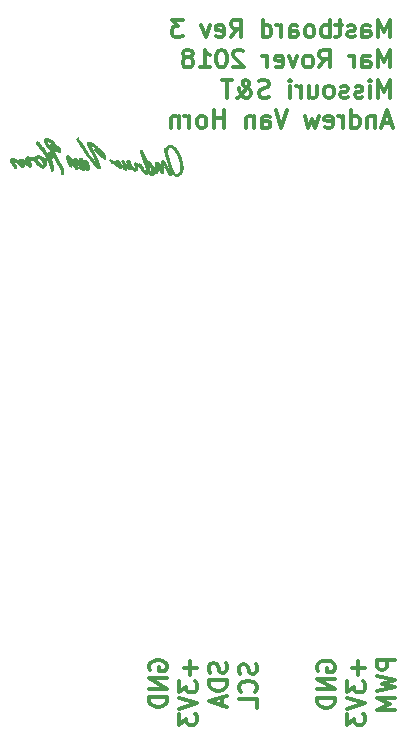
<source format=gbr>
G04 #@! TF.FileFunction,Legend,Bot*
%FSLAX46Y46*%
G04 Gerber Fmt 4.6, Leading zero omitted, Abs format (unit mm)*
G04 Created by KiCad (PCBNEW 4.0.7) date 04/29/18 15:58:17*
%MOMM*%
%LPD*%
G01*
G04 APERTURE LIST*
%ADD10C,0.100000*%
%ADD11C,0.300000*%
%ADD12C,0.010000*%
G04 APERTURE END LIST*
D10*
D11*
X233068857Y-81562571D02*
X233068857Y-80062571D01*
X232568857Y-81134000D01*
X232068857Y-80062571D01*
X232068857Y-81562571D01*
X230711714Y-81562571D02*
X230711714Y-80776857D01*
X230783143Y-80634000D01*
X230926000Y-80562571D01*
X231211714Y-80562571D01*
X231354571Y-80634000D01*
X230711714Y-81491143D02*
X230854571Y-81562571D01*
X231211714Y-81562571D01*
X231354571Y-81491143D01*
X231426000Y-81348286D01*
X231426000Y-81205429D01*
X231354571Y-81062571D01*
X231211714Y-80991143D01*
X230854571Y-80991143D01*
X230711714Y-80919714D01*
X230068857Y-81491143D02*
X229926000Y-81562571D01*
X229640285Y-81562571D01*
X229497428Y-81491143D01*
X229426000Y-81348286D01*
X229426000Y-81276857D01*
X229497428Y-81134000D01*
X229640285Y-81062571D01*
X229854571Y-81062571D01*
X229997428Y-80991143D01*
X230068857Y-80848286D01*
X230068857Y-80776857D01*
X229997428Y-80634000D01*
X229854571Y-80562571D01*
X229640285Y-80562571D01*
X229497428Y-80634000D01*
X228997428Y-80562571D02*
X228425999Y-80562571D01*
X228783142Y-80062571D02*
X228783142Y-81348286D01*
X228711714Y-81491143D01*
X228568856Y-81562571D01*
X228425999Y-81562571D01*
X227925999Y-81562571D02*
X227925999Y-80062571D01*
X227925999Y-80634000D02*
X227783142Y-80562571D01*
X227497428Y-80562571D01*
X227354571Y-80634000D01*
X227283142Y-80705429D01*
X227211713Y-80848286D01*
X227211713Y-81276857D01*
X227283142Y-81419714D01*
X227354571Y-81491143D01*
X227497428Y-81562571D01*
X227783142Y-81562571D01*
X227925999Y-81491143D01*
X226354570Y-81562571D02*
X226497428Y-81491143D01*
X226568856Y-81419714D01*
X226640285Y-81276857D01*
X226640285Y-80848286D01*
X226568856Y-80705429D01*
X226497428Y-80634000D01*
X226354570Y-80562571D01*
X226140285Y-80562571D01*
X225997428Y-80634000D01*
X225925999Y-80705429D01*
X225854570Y-80848286D01*
X225854570Y-81276857D01*
X225925999Y-81419714D01*
X225997428Y-81491143D01*
X226140285Y-81562571D01*
X226354570Y-81562571D01*
X224568856Y-81562571D02*
X224568856Y-80776857D01*
X224640285Y-80634000D01*
X224783142Y-80562571D01*
X225068856Y-80562571D01*
X225211713Y-80634000D01*
X224568856Y-81491143D02*
X224711713Y-81562571D01*
X225068856Y-81562571D01*
X225211713Y-81491143D01*
X225283142Y-81348286D01*
X225283142Y-81205429D01*
X225211713Y-81062571D01*
X225068856Y-80991143D01*
X224711713Y-80991143D01*
X224568856Y-80919714D01*
X223854570Y-81562571D02*
X223854570Y-80562571D01*
X223854570Y-80848286D02*
X223783142Y-80705429D01*
X223711713Y-80634000D01*
X223568856Y-80562571D01*
X223425999Y-80562571D01*
X222283142Y-81562571D02*
X222283142Y-80062571D01*
X222283142Y-81491143D02*
X222425999Y-81562571D01*
X222711713Y-81562571D01*
X222854571Y-81491143D01*
X222925999Y-81419714D01*
X222997428Y-81276857D01*
X222997428Y-80848286D01*
X222925999Y-80705429D01*
X222854571Y-80634000D01*
X222711713Y-80562571D01*
X222425999Y-80562571D01*
X222283142Y-80634000D01*
X219568856Y-81562571D02*
X220068856Y-80848286D01*
X220425999Y-81562571D02*
X220425999Y-80062571D01*
X219854571Y-80062571D01*
X219711713Y-80134000D01*
X219640285Y-80205429D01*
X219568856Y-80348286D01*
X219568856Y-80562571D01*
X219640285Y-80705429D01*
X219711713Y-80776857D01*
X219854571Y-80848286D01*
X220425999Y-80848286D01*
X218354571Y-81491143D02*
X218497428Y-81562571D01*
X218783142Y-81562571D01*
X218925999Y-81491143D01*
X218997428Y-81348286D01*
X218997428Y-80776857D01*
X218925999Y-80634000D01*
X218783142Y-80562571D01*
X218497428Y-80562571D01*
X218354571Y-80634000D01*
X218283142Y-80776857D01*
X218283142Y-80919714D01*
X218997428Y-81062571D01*
X217783142Y-80562571D02*
X217425999Y-81562571D01*
X217068857Y-80562571D01*
X215497428Y-80062571D02*
X214568857Y-80062571D01*
X215068857Y-80634000D01*
X214854571Y-80634000D01*
X214711714Y-80705429D01*
X214640285Y-80776857D01*
X214568857Y-80919714D01*
X214568857Y-81276857D01*
X214640285Y-81419714D01*
X214711714Y-81491143D01*
X214854571Y-81562571D01*
X215283143Y-81562571D01*
X215426000Y-81491143D01*
X215497428Y-81419714D01*
X233068857Y-84112571D02*
X233068857Y-82612571D01*
X232568857Y-83684000D01*
X232068857Y-82612571D01*
X232068857Y-84112571D01*
X230711714Y-84112571D02*
X230711714Y-83326857D01*
X230783143Y-83184000D01*
X230926000Y-83112571D01*
X231211714Y-83112571D01*
X231354571Y-83184000D01*
X230711714Y-84041143D02*
X230854571Y-84112571D01*
X231211714Y-84112571D01*
X231354571Y-84041143D01*
X231426000Y-83898286D01*
X231426000Y-83755429D01*
X231354571Y-83612571D01*
X231211714Y-83541143D01*
X230854571Y-83541143D01*
X230711714Y-83469714D01*
X229997428Y-84112571D02*
X229997428Y-83112571D01*
X229997428Y-83398286D02*
X229926000Y-83255429D01*
X229854571Y-83184000D01*
X229711714Y-83112571D01*
X229568857Y-83112571D01*
X227068857Y-84112571D02*
X227568857Y-83398286D01*
X227926000Y-84112571D02*
X227926000Y-82612571D01*
X227354572Y-82612571D01*
X227211714Y-82684000D01*
X227140286Y-82755429D01*
X227068857Y-82898286D01*
X227068857Y-83112571D01*
X227140286Y-83255429D01*
X227211714Y-83326857D01*
X227354572Y-83398286D01*
X227926000Y-83398286D01*
X226211714Y-84112571D02*
X226354572Y-84041143D01*
X226426000Y-83969714D01*
X226497429Y-83826857D01*
X226497429Y-83398286D01*
X226426000Y-83255429D01*
X226354572Y-83184000D01*
X226211714Y-83112571D01*
X225997429Y-83112571D01*
X225854572Y-83184000D01*
X225783143Y-83255429D01*
X225711714Y-83398286D01*
X225711714Y-83826857D01*
X225783143Y-83969714D01*
X225854572Y-84041143D01*
X225997429Y-84112571D01*
X226211714Y-84112571D01*
X225211714Y-83112571D02*
X224854571Y-84112571D01*
X224497429Y-83112571D01*
X223354572Y-84041143D02*
X223497429Y-84112571D01*
X223783143Y-84112571D01*
X223926000Y-84041143D01*
X223997429Y-83898286D01*
X223997429Y-83326857D01*
X223926000Y-83184000D01*
X223783143Y-83112571D01*
X223497429Y-83112571D01*
X223354572Y-83184000D01*
X223283143Y-83326857D01*
X223283143Y-83469714D01*
X223997429Y-83612571D01*
X222640286Y-84112571D02*
X222640286Y-83112571D01*
X222640286Y-83398286D02*
X222568858Y-83255429D01*
X222497429Y-83184000D01*
X222354572Y-83112571D01*
X222211715Y-83112571D01*
X220640287Y-82755429D02*
X220568858Y-82684000D01*
X220426001Y-82612571D01*
X220068858Y-82612571D01*
X219926001Y-82684000D01*
X219854572Y-82755429D01*
X219783144Y-82898286D01*
X219783144Y-83041143D01*
X219854572Y-83255429D01*
X220711715Y-84112571D01*
X219783144Y-84112571D01*
X218854573Y-82612571D02*
X218711716Y-82612571D01*
X218568859Y-82684000D01*
X218497430Y-82755429D01*
X218426001Y-82898286D01*
X218354573Y-83184000D01*
X218354573Y-83541143D01*
X218426001Y-83826857D01*
X218497430Y-83969714D01*
X218568859Y-84041143D01*
X218711716Y-84112571D01*
X218854573Y-84112571D01*
X218997430Y-84041143D01*
X219068859Y-83969714D01*
X219140287Y-83826857D01*
X219211716Y-83541143D01*
X219211716Y-83184000D01*
X219140287Y-82898286D01*
X219068859Y-82755429D01*
X218997430Y-82684000D01*
X218854573Y-82612571D01*
X216926002Y-84112571D02*
X217783145Y-84112571D01*
X217354573Y-84112571D02*
X217354573Y-82612571D01*
X217497430Y-82826857D01*
X217640288Y-82969714D01*
X217783145Y-83041143D01*
X216068859Y-83255429D02*
X216211717Y-83184000D01*
X216283145Y-83112571D01*
X216354574Y-82969714D01*
X216354574Y-82898286D01*
X216283145Y-82755429D01*
X216211717Y-82684000D01*
X216068859Y-82612571D01*
X215783145Y-82612571D01*
X215640288Y-82684000D01*
X215568859Y-82755429D01*
X215497431Y-82898286D01*
X215497431Y-82969714D01*
X215568859Y-83112571D01*
X215640288Y-83184000D01*
X215783145Y-83255429D01*
X216068859Y-83255429D01*
X216211717Y-83326857D01*
X216283145Y-83398286D01*
X216354574Y-83541143D01*
X216354574Y-83826857D01*
X216283145Y-83969714D01*
X216211717Y-84041143D01*
X216068859Y-84112571D01*
X215783145Y-84112571D01*
X215640288Y-84041143D01*
X215568859Y-83969714D01*
X215497431Y-83826857D01*
X215497431Y-83541143D01*
X215568859Y-83398286D01*
X215640288Y-83326857D01*
X215783145Y-83255429D01*
X233068857Y-86662571D02*
X233068857Y-85162571D01*
X232568857Y-86234000D01*
X232068857Y-85162571D01*
X232068857Y-86662571D01*
X231354571Y-86662571D02*
X231354571Y-85662571D01*
X231354571Y-85162571D02*
X231426000Y-85234000D01*
X231354571Y-85305429D01*
X231283143Y-85234000D01*
X231354571Y-85162571D01*
X231354571Y-85305429D01*
X230711714Y-86591143D02*
X230568857Y-86662571D01*
X230283142Y-86662571D01*
X230140285Y-86591143D01*
X230068857Y-86448286D01*
X230068857Y-86376857D01*
X230140285Y-86234000D01*
X230283142Y-86162571D01*
X230497428Y-86162571D01*
X230640285Y-86091143D01*
X230711714Y-85948286D01*
X230711714Y-85876857D01*
X230640285Y-85734000D01*
X230497428Y-85662571D01*
X230283142Y-85662571D01*
X230140285Y-85734000D01*
X229497428Y-86591143D02*
X229354571Y-86662571D01*
X229068856Y-86662571D01*
X228925999Y-86591143D01*
X228854571Y-86448286D01*
X228854571Y-86376857D01*
X228925999Y-86234000D01*
X229068856Y-86162571D01*
X229283142Y-86162571D01*
X229425999Y-86091143D01*
X229497428Y-85948286D01*
X229497428Y-85876857D01*
X229425999Y-85734000D01*
X229283142Y-85662571D01*
X229068856Y-85662571D01*
X228925999Y-85734000D01*
X227997427Y-86662571D02*
X228140285Y-86591143D01*
X228211713Y-86519714D01*
X228283142Y-86376857D01*
X228283142Y-85948286D01*
X228211713Y-85805429D01*
X228140285Y-85734000D01*
X227997427Y-85662571D01*
X227783142Y-85662571D01*
X227640285Y-85734000D01*
X227568856Y-85805429D01*
X227497427Y-85948286D01*
X227497427Y-86376857D01*
X227568856Y-86519714D01*
X227640285Y-86591143D01*
X227783142Y-86662571D01*
X227997427Y-86662571D01*
X226211713Y-85662571D02*
X226211713Y-86662571D01*
X226854570Y-85662571D02*
X226854570Y-86448286D01*
X226783142Y-86591143D01*
X226640284Y-86662571D01*
X226425999Y-86662571D01*
X226283142Y-86591143D01*
X226211713Y-86519714D01*
X225497427Y-86662571D02*
X225497427Y-85662571D01*
X225497427Y-85948286D02*
X225425999Y-85805429D01*
X225354570Y-85734000D01*
X225211713Y-85662571D01*
X225068856Y-85662571D01*
X224568856Y-86662571D02*
X224568856Y-85662571D01*
X224568856Y-85162571D02*
X224640285Y-85234000D01*
X224568856Y-85305429D01*
X224497428Y-85234000D01*
X224568856Y-85162571D01*
X224568856Y-85305429D01*
X222783142Y-86591143D02*
X222568856Y-86662571D01*
X222211713Y-86662571D01*
X222068856Y-86591143D01*
X221997427Y-86519714D01*
X221925999Y-86376857D01*
X221925999Y-86234000D01*
X221997427Y-86091143D01*
X222068856Y-86019714D01*
X222211713Y-85948286D01*
X222497427Y-85876857D01*
X222640285Y-85805429D01*
X222711713Y-85734000D01*
X222783142Y-85591143D01*
X222783142Y-85448286D01*
X222711713Y-85305429D01*
X222640285Y-85234000D01*
X222497427Y-85162571D01*
X222140285Y-85162571D01*
X221925999Y-85234000D01*
X220068856Y-86662571D02*
X220140285Y-86662571D01*
X220283142Y-86591143D01*
X220497428Y-86376857D01*
X220854571Y-85948286D01*
X220997428Y-85734000D01*
X221068856Y-85519714D01*
X221068856Y-85376857D01*
X220997428Y-85234000D01*
X220854571Y-85162571D01*
X220783142Y-85162571D01*
X220640285Y-85234000D01*
X220568856Y-85376857D01*
X220568856Y-85448286D01*
X220640285Y-85591143D01*
X220711714Y-85662571D01*
X221140285Y-85948286D01*
X221211714Y-86019714D01*
X221283142Y-86162571D01*
X221283142Y-86376857D01*
X221211714Y-86519714D01*
X221140285Y-86591143D01*
X220997428Y-86662571D01*
X220783142Y-86662571D01*
X220640285Y-86591143D01*
X220568856Y-86519714D01*
X220354571Y-86234000D01*
X220283142Y-86019714D01*
X220283142Y-85876857D01*
X219640285Y-85162571D02*
X218783142Y-85162571D01*
X219211713Y-86662571D02*
X219211713Y-85162571D01*
X233140286Y-88784000D02*
X232426000Y-88784000D01*
X233283143Y-89212571D02*
X232783143Y-87712571D01*
X232283143Y-89212571D01*
X231783143Y-88212571D02*
X231783143Y-89212571D01*
X231783143Y-88355429D02*
X231711715Y-88284000D01*
X231568857Y-88212571D01*
X231354572Y-88212571D01*
X231211715Y-88284000D01*
X231140286Y-88426857D01*
X231140286Y-89212571D01*
X229783143Y-89212571D02*
X229783143Y-87712571D01*
X229783143Y-89141143D02*
X229926000Y-89212571D01*
X230211714Y-89212571D01*
X230354572Y-89141143D01*
X230426000Y-89069714D01*
X230497429Y-88926857D01*
X230497429Y-88498286D01*
X230426000Y-88355429D01*
X230354572Y-88284000D01*
X230211714Y-88212571D01*
X229926000Y-88212571D01*
X229783143Y-88284000D01*
X229068857Y-89212571D02*
X229068857Y-88212571D01*
X229068857Y-88498286D02*
X228997429Y-88355429D01*
X228926000Y-88284000D01*
X228783143Y-88212571D01*
X228640286Y-88212571D01*
X227568858Y-89141143D02*
X227711715Y-89212571D01*
X227997429Y-89212571D01*
X228140286Y-89141143D01*
X228211715Y-88998286D01*
X228211715Y-88426857D01*
X228140286Y-88284000D01*
X227997429Y-88212571D01*
X227711715Y-88212571D01*
X227568858Y-88284000D01*
X227497429Y-88426857D01*
X227497429Y-88569714D01*
X228211715Y-88712571D01*
X226997429Y-88212571D02*
X226711715Y-89212571D01*
X226426001Y-88498286D01*
X226140286Y-89212571D01*
X225854572Y-88212571D01*
X224354572Y-87712571D02*
X223854572Y-89212571D01*
X223354572Y-87712571D01*
X222211715Y-89212571D02*
X222211715Y-88426857D01*
X222283144Y-88284000D01*
X222426001Y-88212571D01*
X222711715Y-88212571D01*
X222854572Y-88284000D01*
X222211715Y-89141143D02*
X222354572Y-89212571D01*
X222711715Y-89212571D01*
X222854572Y-89141143D01*
X222926001Y-88998286D01*
X222926001Y-88855429D01*
X222854572Y-88712571D01*
X222711715Y-88641143D01*
X222354572Y-88641143D01*
X222211715Y-88569714D01*
X221497429Y-88212571D02*
X221497429Y-89212571D01*
X221497429Y-88355429D02*
X221426001Y-88284000D01*
X221283143Y-88212571D01*
X221068858Y-88212571D01*
X220926001Y-88284000D01*
X220854572Y-88426857D01*
X220854572Y-89212571D01*
X218997429Y-89212571D02*
X218997429Y-87712571D01*
X218997429Y-88426857D02*
X218140286Y-88426857D01*
X218140286Y-89212571D02*
X218140286Y-87712571D01*
X217211714Y-89212571D02*
X217354572Y-89141143D01*
X217426000Y-89069714D01*
X217497429Y-88926857D01*
X217497429Y-88498286D01*
X217426000Y-88355429D01*
X217354572Y-88284000D01*
X217211714Y-88212571D01*
X216997429Y-88212571D01*
X216854572Y-88284000D01*
X216783143Y-88355429D01*
X216711714Y-88498286D01*
X216711714Y-88926857D01*
X216783143Y-89069714D01*
X216854572Y-89141143D01*
X216997429Y-89212571D01*
X217211714Y-89212571D01*
X216068857Y-89212571D02*
X216068857Y-88212571D01*
X216068857Y-88498286D02*
X215997429Y-88355429D01*
X215926000Y-88284000D01*
X215783143Y-88212571D01*
X215640286Y-88212571D01*
X215140286Y-88212571D02*
X215140286Y-89212571D01*
X215140286Y-88355429D02*
X215068858Y-88284000D01*
X214926000Y-88212571D01*
X214711715Y-88212571D01*
X214568858Y-88284000D01*
X214497429Y-88426857D01*
X214497429Y-89212571D01*
X233469571Y-134290857D02*
X231969571Y-134290857D01*
X231969571Y-134862285D01*
X232041000Y-135005143D01*
X232112429Y-135076571D01*
X232255286Y-135148000D01*
X232469571Y-135148000D01*
X232612429Y-135076571D01*
X232683857Y-135005143D01*
X232755286Y-134862285D01*
X232755286Y-134290857D01*
X231969571Y-135648000D02*
X233469571Y-136005143D01*
X232398143Y-136290857D01*
X233469571Y-136576571D01*
X231969571Y-136933714D01*
X233469571Y-137505143D02*
X231969571Y-137505143D01*
X233041000Y-138005143D01*
X231969571Y-138505143D01*
X233469571Y-138505143D01*
X226961000Y-135191643D02*
X226889571Y-135048786D01*
X226889571Y-134834500D01*
X226961000Y-134620215D01*
X227103857Y-134477357D01*
X227246714Y-134405929D01*
X227532429Y-134334500D01*
X227746714Y-134334500D01*
X228032429Y-134405929D01*
X228175286Y-134477357D01*
X228318143Y-134620215D01*
X228389571Y-134834500D01*
X228389571Y-134977357D01*
X228318143Y-135191643D01*
X228246714Y-135263072D01*
X227746714Y-135263072D01*
X227746714Y-134977357D01*
X228389571Y-135905929D02*
X226889571Y-135905929D01*
X228389571Y-136763072D01*
X226889571Y-136763072D01*
X228389571Y-137477358D02*
X226889571Y-137477358D01*
X226889571Y-137834501D01*
X226961000Y-138048786D01*
X227103857Y-138191644D01*
X227246714Y-138263072D01*
X227532429Y-138334501D01*
X227746714Y-138334501D01*
X228032429Y-138263072D01*
X228175286Y-138191644D01*
X228318143Y-138048786D01*
X228389571Y-137834501D01*
X228389571Y-137477358D01*
X230358143Y-134390144D02*
X230358143Y-135533001D01*
X230929571Y-134961572D02*
X229786714Y-134961572D01*
X229429571Y-136104430D02*
X229429571Y-137033001D01*
X230001000Y-136533001D01*
X230001000Y-136747287D01*
X230072429Y-136890144D01*
X230143857Y-136961573D01*
X230286714Y-137033001D01*
X230643857Y-137033001D01*
X230786714Y-136961573D01*
X230858143Y-136890144D01*
X230929571Y-136747287D01*
X230929571Y-136318715D01*
X230858143Y-136175858D01*
X230786714Y-136104430D01*
X229429571Y-137461572D02*
X230929571Y-137961572D01*
X229429571Y-138461572D01*
X229429571Y-138818715D02*
X229429571Y-139747286D01*
X230001000Y-139247286D01*
X230001000Y-139461572D01*
X230072429Y-139604429D01*
X230143857Y-139675858D01*
X230286714Y-139747286D01*
X230643857Y-139747286D01*
X230786714Y-139675858D01*
X230858143Y-139604429D01*
X230929571Y-139461572D01*
X230929571Y-139033000D01*
X230858143Y-138890143D01*
X230786714Y-138818715D01*
X212737000Y-135128143D02*
X212665571Y-134985286D01*
X212665571Y-134771000D01*
X212737000Y-134556715D01*
X212879857Y-134413857D01*
X213022714Y-134342429D01*
X213308429Y-134271000D01*
X213522714Y-134271000D01*
X213808429Y-134342429D01*
X213951286Y-134413857D01*
X214094143Y-134556715D01*
X214165571Y-134771000D01*
X214165571Y-134913857D01*
X214094143Y-135128143D01*
X214022714Y-135199572D01*
X213522714Y-135199572D01*
X213522714Y-134913857D01*
X214165571Y-135842429D02*
X212665571Y-135842429D01*
X214165571Y-136699572D01*
X212665571Y-136699572D01*
X214165571Y-137413858D02*
X212665571Y-137413858D01*
X212665571Y-137771001D01*
X212737000Y-137985286D01*
X212879857Y-138128144D01*
X213022714Y-138199572D01*
X213308429Y-138271001D01*
X213522714Y-138271001D01*
X213808429Y-138199572D01*
X213951286Y-138128144D01*
X214094143Y-137985286D01*
X214165571Y-137771001D01*
X214165571Y-137413858D01*
X216134143Y-134390144D02*
X216134143Y-135533001D01*
X216705571Y-134961572D02*
X215562714Y-134961572D01*
X215205571Y-136104430D02*
X215205571Y-137033001D01*
X215777000Y-136533001D01*
X215777000Y-136747287D01*
X215848429Y-136890144D01*
X215919857Y-136961573D01*
X216062714Y-137033001D01*
X216419857Y-137033001D01*
X216562714Y-136961573D01*
X216634143Y-136890144D01*
X216705571Y-136747287D01*
X216705571Y-136318715D01*
X216634143Y-136175858D01*
X216562714Y-136104430D01*
X215205571Y-137461572D02*
X216705571Y-137961572D01*
X215205571Y-138461572D01*
X215205571Y-138818715D02*
X215205571Y-139747286D01*
X215777000Y-139247286D01*
X215777000Y-139461572D01*
X215848429Y-139604429D01*
X215919857Y-139675858D01*
X216062714Y-139747286D01*
X216419857Y-139747286D01*
X216562714Y-139675858D01*
X216634143Y-139604429D01*
X216705571Y-139461572D01*
X216705571Y-139033000D01*
X216634143Y-138890143D01*
X216562714Y-138818715D01*
X219174143Y-134513072D02*
X219245571Y-134727358D01*
X219245571Y-135084501D01*
X219174143Y-135227358D01*
X219102714Y-135298787D01*
X218959857Y-135370215D01*
X218817000Y-135370215D01*
X218674143Y-135298787D01*
X218602714Y-135227358D01*
X218531286Y-135084501D01*
X218459857Y-134798787D01*
X218388429Y-134655929D01*
X218317000Y-134584501D01*
X218174143Y-134513072D01*
X218031286Y-134513072D01*
X217888429Y-134584501D01*
X217817000Y-134655929D01*
X217745571Y-134798787D01*
X217745571Y-135155929D01*
X217817000Y-135370215D01*
X219245571Y-136013072D02*
X217745571Y-136013072D01*
X217745571Y-136370215D01*
X217817000Y-136584500D01*
X217959857Y-136727358D01*
X218102714Y-136798786D01*
X218388429Y-136870215D01*
X218602714Y-136870215D01*
X218888429Y-136798786D01*
X219031286Y-136727358D01*
X219174143Y-136584500D01*
X219245571Y-136370215D01*
X219245571Y-136013072D01*
X218817000Y-137441643D02*
X218817000Y-138155929D01*
X219245571Y-137298786D02*
X217745571Y-137798786D01*
X219245571Y-138298786D01*
X221714143Y-134612286D02*
X221785571Y-134826572D01*
X221785571Y-135183715D01*
X221714143Y-135326572D01*
X221642714Y-135398001D01*
X221499857Y-135469429D01*
X221357000Y-135469429D01*
X221214143Y-135398001D01*
X221142714Y-135326572D01*
X221071286Y-135183715D01*
X220999857Y-134898001D01*
X220928429Y-134755143D01*
X220857000Y-134683715D01*
X220714143Y-134612286D01*
X220571286Y-134612286D01*
X220428429Y-134683715D01*
X220357000Y-134755143D01*
X220285571Y-134898001D01*
X220285571Y-135255143D01*
X220357000Y-135469429D01*
X221642714Y-136969429D02*
X221714143Y-136898000D01*
X221785571Y-136683714D01*
X221785571Y-136540857D01*
X221714143Y-136326572D01*
X221571286Y-136183714D01*
X221428429Y-136112286D01*
X221142714Y-136040857D01*
X220928429Y-136040857D01*
X220642714Y-136112286D01*
X220499857Y-136183714D01*
X220357000Y-136326572D01*
X220285571Y-136540857D01*
X220285571Y-136683714D01*
X220357000Y-136898000D01*
X220428429Y-136969429D01*
X221785571Y-138326572D02*
X221785571Y-137612286D01*
X220285571Y-137612286D01*
D12*
G36*
X214432213Y-90689291D02*
X214324741Y-90700168D01*
X214239846Y-90721606D01*
X214175850Y-90754655D01*
X214131076Y-90800368D01*
X214103846Y-90859795D01*
X214095508Y-90900390D01*
X214085353Y-90961562D01*
X214074700Y-90997204D01*
X214063116Y-91007838D01*
X214050164Y-90993986D01*
X214039285Y-90967820D01*
X214023018Y-90938568D01*
X213997791Y-90928902D01*
X213992421Y-90928744D01*
X213966396Y-90934727D01*
X213959179Y-90954026D01*
X213951484Y-90981808D01*
X213931458Y-90988093D01*
X213906176Y-90973518D01*
X213884589Y-90957998D01*
X213874263Y-90961925D01*
X213874799Y-90986774D01*
X213885797Y-91034019D01*
X213887816Y-91041319D01*
X213911906Y-91127966D01*
X213930492Y-91196505D01*
X213945362Y-91253835D01*
X213958306Y-91306859D01*
X213971110Y-91362477D01*
X213971701Y-91365103D01*
X214001729Y-91488725D01*
X214035691Y-91607307D01*
X214075831Y-91729820D01*
X214096913Y-91796627D01*
X214117722Y-91871539D01*
X214133729Y-91938231D01*
X214148739Y-91997525D01*
X214167560Y-92055914D01*
X214186320Y-92101492D01*
X214187746Y-92104314D01*
X214205907Y-92143059D01*
X214217479Y-92174606D01*
X214219692Y-92186183D01*
X214226241Y-92212264D01*
X214237485Y-92235022D01*
X214245319Y-92253632D01*
X214255185Y-92288089D01*
X214267438Y-92340072D01*
X214282435Y-92411260D01*
X214300531Y-92503331D01*
X214322080Y-92617964D01*
X214344269Y-92739308D01*
X214355126Y-92794688D01*
X214366262Y-92844024D01*
X214375696Y-92878728D01*
X214377825Y-92884816D01*
X214386203Y-92918999D01*
X214386188Y-92943431D01*
X214377916Y-92951215D01*
X214362702Y-92937222D01*
X214342250Y-92904248D01*
X214318265Y-92855091D01*
X214292453Y-92792548D01*
X214289548Y-92784897D01*
X214269538Y-92736310D01*
X214249348Y-92694654D01*
X214233171Y-92668534D01*
X214232435Y-92667667D01*
X214210525Y-92634079D01*
X214200044Y-92609051D01*
X214189570Y-92580127D01*
X214172013Y-92537691D01*
X214154528Y-92498333D01*
X214128649Y-92441826D01*
X214100807Y-92380787D01*
X214085230Y-92346506D01*
X214066017Y-92306719D01*
X214049672Y-92277405D01*
X214040997Y-92266136D01*
X214031148Y-92251640D01*
X214014893Y-92219333D01*
X213995411Y-92175629D01*
X213991415Y-92166104D01*
X213964372Y-92108269D01*
X213935857Y-92066116D01*
X213898929Y-92029855D01*
X213889093Y-92021781D01*
X213852674Y-91994895D01*
X213822115Y-91976420D01*
X213806395Y-91970795D01*
X213781541Y-91976285D01*
X213741920Y-91990631D01*
X213695864Y-92010644D01*
X213672615Y-92021988D01*
X213658964Y-92041220D01*
X213647358Y-92080891D01*
X213642626Y-92108827D01*
X213634377Y-92159613D01*
X213624485Y-92206996D01*
X213618496Y-92229411D01*
X213612451Y-92267350D01*
X213610538Y-92326689D01*
X213612867Y-92403090D01*
X213613743Y-92418283D01*
X213617336Y-92480699D01*
X213618683Y-92520618D01*
X213617445Y-92541523D01*
X213613278Y-92546901D01*
X213605842Y-92540234D01*
X213602251Y-92535492D01*
X213581888Y-92501958D01*
X213557232Y-92453501D01*
X213532247Y-92398905D01*
X213510897Y-92346954D01*
X213497144Y-92306433D01*
X213495152Y-92298123D01*
X213481016Y-92260073D01*
X213462757Y-92232754D01*
X213444546Y-92209041D01*
X213438153Y-92193698D01*
X213428172Y-92180059D01*
X213402405Y-92158076D01*
X213376976Y-92139762D01*
X213318400Y-92110339D01*
X213263776Y-92105547D01*
X213209008Y-92125239D01*
X213195801Y-92133320D01*
X213183457Y-92142294D01*
X213174561Y-92153112D01*
X213168889Y-92169421D01*
X213166214Y-92194869D01*
X213166310Y-92233104D01*
X213168950Y-92287774D01*
X213173910Y-92362526D01*
X213178023Y-92420179D01*
X213185302Y-92521498D01*
X213190796Y-92599795D01*
X213194555Y-92658036D01*
X213196632Y-92699185D01*
X213197076Y-92726208D01*
X213195941Y-92742069D01*
X213193277Y-92749734D01*
X213189135Y-92752167D01*
X213183776Y-92752333D01*
X213165990Y-92741543D01*
X213158528Y-92727625D01*
X213145128Y-92703591D01*
X213120345Y-92671460D01*
X213107382Y-92657001D01*
X213074441Y-92617312D01*
X213040694Y-92569473D01*
X213027546Y-92548196D01*
X213001612Y-92507454D01*
X212975564Y-92472584D01*
X212963315Y-92459153D01*
X212946323Y-92438377D01*
X212919643Y-92400252D01*
X212897533Y-92366447D01*
X212666466Y-92366447D01*
X212649172Y-92393198D01*
X212615364Y-92413477D01*
X212582345Y-92408740D01*
X212553450Y-92379896D01*
X212545187Y-92364820D01*
X212525973Y-92310800D01*
X212516734Y-92255216D01*
X212518126Y-92206409D01*
X212530165Y-92173544D01*
X212542184Y-92160216D01*
X212551853Y-92161880D01*
X212563880Y-92181953D01*
X212575019Y-92206108D01*
X212598430Y-92248573D01*
X212626059Y-92285899D01*
X212635307Y-92295450D01*
X212663805Y-92332189D01*
X212666466Y-92366447D01*
X212897533Y-92366447D01*
X212886724Y-92349922D01*
X212851018Y-92292534D01*
X212845437Y-92283307D01*
X212794993Y-92202627D01*
X212752137Y-92141727D01*
X212713551Y-92096724D01*
X212675922Y-92063738D01*
X212637313Y-92039610D01*
X212594465Y-92024562D01*
X212550957Y-92021012D01*
X212516832Y-92029313D01*
X212508943Y-92035103D01*
X212482869Y-92049593D01*
X212460188Y-92038873D01*
X212442164Y-92003696D01*
X212439175Y-91993590D01*
X212412279Y-91904905D01*
X212380566Y-91817605D01*
X212347593Y-91741009D01*
X212328519Y-91703769D01*
X212305645Y-91661145D01*
X212274328Y-91600388D01*
X212237252Y-91526923D01*
X212197101Y-91446172D01*
X212156558Y-91363559D01*
X212118308Y-91284507D01*
X212085035Y-91214439D01*
X212065838Y-91172974D01*
X212042963Y-91127094D01*
X212021774Y-91092115D01*
X212005789Y-91073594D01*
X212001929Y-91072026D01*
X211979908Y-91079966D01*
X211948743Y-91099790D01*
X211915947Y-91125503D01*
X211889032Y-91151110D01*
X211875512Y-91170616D01*
X211875076Y-91173250D01*
X211878384Y-91199512D01*
X211886685Y-91240341D01*
X211897551Y-91285335D01*
X211908551Y-91324091D01*
X211913807Y-91339051D01*
X211923671Y-91367569D01*
X211935886Y-91408038D01*
X211940201Y-91423490D01*
X211955895Y-91471221D01*
X211977267Y-91524622D01*
X211987225Y-91546415D01*
X212004747Y-91586206D01*
X212016130Y-91618699D01*
X212018555Y-91631310D01*
X212023067Y-91657537D01*
X212033791Y-91694120D01*
X212047011Y-91730122D01*
X212059012Y-91754608D01*
X212061534Y-91757799D01*
X212068651Y-91776711D01*
X212070461Y-91796351D01*
X212075601Y-91823065D01*
X212083487Y-91834026D01*
X212092382Y-91851390D01*
X212096481Y-91882795D01*
X212096512Y-91885841D01*
X212102292Y-91929258D01*
X212114868Y-91966483D01*
X212128170Y-91997558D01*
X212145394Y-92043571D01*
X212162805Y-92094538D01*
X212183040Y-92150183D01*
X212210373Y-92216578D01*
X212239692Y-92281459D01*
X212246945Y-92296436D01*
X212275997Y-92355873D01*
X212296203Y-92399258D01*
X212310429Y-92433807D01*
X212321541Y-92466738D01*
X212332404Y-92505269D01*
X212337459Y-92524385D01*
X212345625Y-92562316D01*
X212354336Y-92613837D01*
X212362918Y-92673254D01*
X212370696Y-92734876D01*
X212376997Y-92793012D01*
X212381148Y-92841968D01*
X212382473Y-92876055D01*
X212380668Y-92889340D01*
X212362170Y-92890323D01*
X212331638Y-92868986D01*
X212289560Y-92825852D01*
X212236423Y-92761445D01*
X212172717Y-92676290D01*
X212142102Y-92633292D01*
X212105295Y-92582218D01*
X212062594Y-92524811D01*
X212030180Y-92482462D01*
X211996031Y-92434087D01*
X211965490Y-92382950D01*
X211946362Y-92342908D01*
X211923473Y-92297697D01*
X211892766Y-92268023D01*
X211849752Y-92251970D01*
X211789938Y-92247620D01*
X211730901Y-92250925D01*
X211659172Y-92253678D01*
X211608148Y-92246583D01*
X211574067Y-92228747D01*
X211558557Y-92209867D01*
X211527394Y-92180099D01*
X211482177Y-92163309D01*
X211433075Y-92162892D01*
X211424023Y-92164978D01*
X211374331Y-92188436D01*
X211346989Y-92223316D01*
X211342654Y-92266619D01*
X211361982Y-92315343D01*
X211384596Y-92345244D01*
X211425572Y-92409537D01*
X211447696Y-92485406D01*
X211448675Y-92561828D01*
X211442001Y-92612298D01*
X211378245Y-92604746D01*
X211326468Y-92592676D01*
X211272583Y-92570545D01*
X211223215Y-92542236D01*
X211184987Y-92511635D01*
X211164521Y-92482623D01*
X211163425Y-92478795D01*
X211137928Y-92380851D01*
X211105738Y-92283477D01*
X211069177Y-92192161D01*
X211030562Y-92112390D01*
X210992215Y-92049652D01*
X210970701Y-92022897D01*
X210944517Y-91990791D01*
X210925338Y-91961026D01*
X210908388Y-91939135D01*
X210884851Y-91933475D01*
X210849311Y-91943888D01*
X210819671Y-91957937D01*
X210775938Y-91984602D01*
X210748431Y-92014833D01*
X210734366Y-92054754D01*
X210730959Y-92110490D01*
X210732584Y-92149524D01*
X210739459Y-92215760D01*
X210752935Y-92269692D01*
X210776568Y-92324888D01*
X210780713Y-92333142D01*
X210800283Y-92374650D01*
X210812533Y-92406717D01*
X210815021Y-92422871D01*
X210814721Y-92423287D01*
X210804025Y-92423464D01*
X210784731Y-92409406D01*
X210755556Y-92379703D01*
X210715218Y-92332944D01*
X210662436Y-92267720D01*
X210595927Y-92182620D01*
X210595694Y-92182319D01*
X210536527Y-92107215D01*
X210489745Y-92051788D01*
X210453088Y-92014172D01*
X210424296Y-91992497D01*
X210401108Y-91984896D01*
X210381265Y-91989502D01*
X210370950Y-91996568D01*
X210350754Y-92022421D01*
X210344190Y-92037099D01*
X210329576Y-92057588D01*
X210317635Y-92061974D01*
X210303329Y-92064996D01*
X210301731Y-92076773D01*
X210313933Y-92101374D01*
X210338288Y-92138832D01*
X210360321Y-92174465D01*
X210374396Y-92203215D01*
X210377128Y-92213693D01*
X210382825Y-92231911D01*
X210398243Y-92267577D01*
X210420869Y-92315140D01*
X210442114Y-92357329D01*
X210468015Y-92408669D01*
X210488194Y-92450763D01*
X210500381Y-92478731D01*
X210502802Y-92487719D01*
X210491226Y-92482456D01*
X210464255Y-92464669D01*
X210427056Y-92437828D01*
X210415021Y-92428792D01*
X210327198Y-92352600D01*
X210247128Y-92264842D01*
X210183017Y-92174610D01*
X210178020Y-92166179D01*
X210152824Y-92129235D01*
X210115796Y-92082531D01*
X210073740Y-92034509D01*
X210060888Y-92020824D01*
X210021099Y-91980010D01*
X209993629Y-91955108D01*
X209973145Y-91942872D01*
X209954315Y-91940054D01*
X209933257Y-91943113D01*
X209896422Y-91957831D01*
X209869133Y-91988964D01*
X209862820Y-91999969D01*
X209836974Y-92047798D01*
X209874694Y-92119895D01*
X209899765Y-92161843D01*
X209925769Y-92196083D01*
X209942415Y-92211650D01*
X209970727Y-92236415D01*
X209986359Y-92257359D01*
X209993978Y-92278209D01*
X209987068Y-92282860D01*
X209968946Y-92274091D01*
X209942930Y-92254679D01*
X209912335Y-92227406D01*
X209880480Y-92195048D01*
X209850681Y-92160386D01*
X209826255Y-92126198D01*
X209822601Y-92120166D01*
X209785910Y-92071456D01*
X209745044Y-92046848D01*
X209695845Y-92044394D01*
X209671819Y-92049467D01*
X209643353Y-92055635D01*
X209619023Y-92054988D01*
X209590908Y-92045592D01*
X209551086Y-92025517D01*
X209532871Y-92015585D01*
X209483207Y-91986376D01*
X209436594Y-91955730D01*
X209403094Y-91930264D01*
X209403008Y-91930189D01*
X209358991Y-91900321D01*
X209322801Y-91892933D01*
X209296962Y-91907379D01*
X209284001Y-91943017D01*
X209282974Y-91960816D01*
X209292263Y-91991376D01*
X209316287Y-92030654D01*
X209349281Y-92071294D01*
X209385480Y-92105939D01*
X209409974Y-92122869D01*
X209437553Y-92140118D01*
X209451781Y-92153210D01*
X209452307Y-92154887D01*
X209463187Y-92164454D01*
X209491451Y-92181065D01*
X209530535Y-92201511D01*
X209573874Y-92222581D01*
X209614904Y-92241066D01*
X209647061Y-92253756D01*
X209662318Y-92257587D01*
X209680161Y-92266083D01*
X209710286Y-92288233D01*
X209746429Y-92319394D01*
X209749338Y-92322086D01*
X209797099Y-92365283D01*
X209849785Y-92411097D01*
X209886107Y-92441476D01*
X209931256Y-92480295D01*
X209982533Y-92527413D01*
X210025251Y-92569059D01*
X210061033Y-92602912D01*
X210091395Y-92627254D01*
X210110801Y-92637750D01*
X210113026Y-92637776D01*
X210136664Y-92640512D01*
X210156418Y-92648517D01*
X210191196Y-92655280D01*
X210220989Y-92640142D01*
X210241039Y-92607251D01*
X210246871Y-92569674D01*
X210248287Y-92541523D01*
X210253811Y-92523579D01*
X210265361Y-92516962D01*
X210284853Y-92522790D01*
X210314206Y-92542183D01*
X210355335Y-92576257D01*
X210410157Y-92626133D01*
X210480590Y-92692928D01*
X210515313Y-92726321D01*
X210545001Y-92750602D01*
X210570437Y-92764263D01*
X210576416Y-92765359D01*
X210599379Y-92772625D01*
X210605076Y-92778385D01*
X210624787Y-92789205D01*
X210656213Y-92790524D01*
X210687102Y-92783056D01*
X210702048Y-92772740D01*
X210710437Y-92749206D01*
X210711692Y-92705572D01*
X210708473Y-92662022D01*
X210705066Y-92607716D01*
X210708397Y-92577534D01*
X210719060Y-92570281D01*
X210737648Y-92584767D01*
X210743507Y-92591531D01*
X210768013Y-92612411D01*
X210800461Y-92631388D01*
X210858161Y-92660446D01*
X210894578Y-92684032D01*
X210913289Y-92704464D01*
X210913342Y-92704559D01*
X210931854Y-92717466D01*
X210967116Y-92728699D01*
X210990266Y-92732923D01*
X211032284Y-92736896D01*
X211059108Y-92732875D01*
X211080908Y-92718822D01*
X211086669Y-92713591D01*
X211109492Y-92695156D01*
X211128806Y-92693294D01*
X211155602Y-92705159D01*
X211188133Y-92724607D01*
X211229474Y-92752712D01*
X211254737Y-92771309D01*
X211290807Y-92796436D01*
X211320909Y-92813198D01*
X211334625Y-92817462D01*
X211351895Y-92823978D01*
X211354051Y-92829452D01*
X211365507Y-92843187D01*
X211395198Y-92850101D01*
X211436114Y-92849791D01*
X211481239Y-92841852D01*
X211495484Y-92837614D01*
X211560260Y-92805524D01*
X211606561Y-92757806D01*
X211634830Y-92693389D01*
X211645510Y-92611206D01*
X211639046Y-92510185D01*
X211637068Y-92496271D01*
X211627009Y-92429080D01*
X211678426Y-92420393D01*
X211724103Y-92418754D01*
X211760681Y-92428474D01*
X211781472Y-92447182D01*
X211783897Y-92457783D01*
X211792092Y-92477678D01*
X211812487Y-92506010D01*
X211819717Y-92514314D01*
X211843712Y-92544330D01*
X211874967Y-92588326D01*
X211907522Y-92637836D01*
X211914153Y-92648444D01*
X211953508Y-92707001D01*
X212000644Y-92769926D01*
X212045445Y-92823721D01*
X212045992Y-92824328D01*
X212083534Y-92867566D01*
X212116774Y-92908737D01*
X212139582Y-92940185D01*
X212142461Y-92944817D01*
X212167951Y-92975904D01*
X212204850Y-93007978D01*
X212220699Y-93018930D01*
X212262621Y-93048680D01*
X212301724Y-93081545D01*
X212312282Y-93091883D01*
X212333924Y-93116063D01*
X212338002Y-93127211D01*
X212326007Y-93130065D01*
X212324293Y-93130077D01*
X212308196Y-93133470D01*
X212314791Y-93145156D01*
X212333138Y-93153474D01*
X212348096Y-93145108D01*
X212374287Y-93136332D01*
X212405459Y-93137810D01*
X212458756Y-93136370D01*
X212505818Y-93110202D01*
X212545434Y-93060141D01*
X212559879Y-93031470D01*
X212577465Y-92993872D01*
X212591295Y-92968221D01*
X212597377Y-92960744D01*
X212607500Y-92970769D01*
X212618595Y-92988770D01*
X212627201Y-93008522D01*
X212620090Y-93011283D01*
X212612541Y-93008717D01*
X212596133Y-93004148D01*
X212593205Y-93011775D01*
X212602909Y-93036631D01*
X212606499Y-93044570D01*
X212618622Y-93066285D01*
X212628840Y-93066088D01*
X212636689Y-93056763D01*
X212648218Y-93046261D01*
X212661437Y-93051340D01*
X212682376Y-93074796D01*
X212686329Y-93079785D01*
X212713184Y-93113281D01*
X212736610Y-93141505D01*
X212740806Y-93146359D01*
X212756956Y-93174088D01*
X212760820Y-93191862D01*
X212753919Y-93197249D01*
X212733007Y-93181482D01*
X212702409Y-93149529D01*
X212673365Y-93118981D01*
X212652385Y-93100333D01*
X212643818Y-93097427D01*
X212643794Y-93097745D01*
X212652277Y-93122179D01*
X212673998Y-93155637D01*
X212702563Y-93190017D01*
X212731581Y-93217218D01*
X212744912Y-93225928D01*
X212786365Y-93237553D01*
X212840759Y-93240940D01*
X212897201Y-93236564D01*
X212944802Y-93224902D01*
X212961964Y-93216435D01*
X213002112Y-93175934D01*
X213031160Y-93117641D01*
X213046063Y-93048536D01*
X213047384Y-93020647D01*
X213049242Y-92979976D01*
X213054022Y-92951096D01*
X213058417Y-92942437D01*
X213073308Y-92946704D01*
X213097490Y-92965552D01*
X213107263Y-92975200D01*
X213130150Y-93000831D01*
X213136251Y-93015798D01*
X213127538Y-93027509D01*
X213122282Y-93031532D01*
X213102431Y-93050150D01*
X213106195Y-93060800D01*
X213134453Y-93064821D01*
X213144229Y-93064949D01*
X213184936Y-93068325D01*
X213219126Y-93076312D01*
X213254724Y-93081108D01*
X213277907Y-93076984D01*
X213304812Y-93056464D01*
X213329504Y-93021528D01*
X213344930Y-92983355D01*
X213346974Y-92967485D01*
X213352144Y-92942873D01*
X213361348Y-92917568D01*
X212836654Y-92917568D01*
X212831614Y-92944358D01*
X212818265Y-92947038D01*
X212797154Y-92926925D01*
X212779753Y-92907106D01*
X212750679Y-92875618D01*
X212718275Y-92841426D01*
X212681594Y-92799174D01*
X212645356Y-92750680D01*
X212613528Y-92702092D01*
X212590079Y-92659555D01*
X212578975Y-92629216D01*
X212578583Y-92625011D01*
X212589272Y-92608193D01*
X212608503Y-92596985D01*
X212638014Y-92581135D01*
X212672987Y-92556389D01*
X212680336Y-92550397D01*
X212710175Y-92529928D01*
X212734247Y-92521275D01*
X212739374Y-92521850D01*
X212758028Y-92539625D01*
X212779034Y-92575279D01*
X212799255Y-92621223D01*
X212815556Y-92669870D01*
X212824802Y-92713631D01*
X212825806Y-92731002D01*
X212826657Y-92774497D01*
X212830113Y-92829289D01*
X212833603Y-92866308D01*
X212836654Y-92917568D01*
X213361348Y-92917568D01*
X213364967Y-92907621D01*
X213368976Y-92898453D01*
X213383287Y-92864717D01*
X213391710Y-92840611D01*
X213392458Y-92837000D01*
X213397322Y-92817165D01*
X213407590Y-92783953D01*
X213411011Y-92773709D01*
X213420198Y-92737387D01*
X213420752Y-92700378D01*
X213412738Y-92651178D01*
X213411720Y-92646327D01*
X213401305Y-92604284D01*
X213390909Y-92573561D01*
X213384190Y-92562311D01*
X213375182Y-92545163D01*
X213373025Y-92527234D01*
X213374121Y-92507929D01*
X213381538Y-92508979D01*
X213396843Y-92524746D01*
X213413432Y-92549336D01*
X213434699Y-92589896D01*
X213456241Y-92637981D01*
X213457729Y-92641615D01*
X213482003Y-92697664D01*
X213512926Y-92764034D01*
X213544628Y-92828203D01*
X213551142Y-92840815D01*
X213575769Y-92889383D01*
X213594936Y-92929757D01*
X213605916Y-92956068D01*
X213607487Y-92962211D01*
X213615855Y-92987285D01*
X213636813Y-93020215D01*
X213664136Y-93053482D01*
X213691602Y-93079566D01*
X213712988Y-93090948D01*
X213714063Y-93091000D01*
X213748047Y-93086946D01*
X213789080Y-93076804D01*
X213827452Y-93063607D01*
X213853453Y-93050386D01*
X213858031Y-93046044D01*
X213864013Y-93023032D01*
X213866611Y-92979736D01*
X213865982Y-92921683D01*
X213862282Y-92854399D01*
X213855668Y-92783410D01*
X213849145Y-92732795D01*
X213841378Y-92676841D01*
X213838100Y-92640800D01*
X213839589Y-92618874D01*
X213846123Y-92605266D01*
X213855712Y-92596026D01*
X213867594Y-92583318D01*
X213873273Y-92565867D01*
X213873388Y-92537108D01*
X213868578Y-92490474D01*
X213867128Y-92478795D01*
X213859359Y-92421703D01*
X213850876Y-92366500D01*
X213843630Y-92325744D01*
X213838352Y-92288756D01*
X213842382Y-92272226D01*
X213847887Y-92270385D01*
X213861397Y-92281236D01*
X213882854Y-92310114D01*
X213909048Y-92351502D01*
X213936771Y-92399883D01*
X213962816Y-92449741D01*
X213983973Y-92495560D01*
X213993855Y-92521365D01*
X214007361Y-92556308D01*
X214029166Y-92606842D01*
X214055878Y-92665280D01*
X214075666Y-92706744D01*
X214102454Y-92762972D01*
X214125514Y-92813527D01*
X214142002Y-92852047D01*
X214148448Y-92869564D01*
X214159503Y-92896593D01*
X214179887Y-92937538D01*
X214205414Y-92984044D01*
X214208314Y-92989067D01*
X214232323Y-93031584D01*
X214250135Y-93065311D01*
X214258511Y-93084061D01*
X214258769Y-93085461D01*
X214264092Y-93101400D01*
X214277891Y-93133035D01*
X214292861Y-93164599D01*
X214319712Y-93210774D01*
X214342948Y-93232577D01*
X214350391Y-93234282D01*
X214372622Y-93241047D01*
X214378541Y-93248420D01*
X214392616Y-93251975D01*
X214426190Y-93242596D01*
X214455387Y-93230656D01*
X214498579Y-93209173D01*
X214507796Y-93201718D01*
X214362974Y-93201718D01*
X214356461Y-93208231D01*
X214349948Y-93201718D01*
X214356461Y-93195205D01*
X214362974Y-93201718D01*
X214507796Y-93201718D01*
X214523602Y-93188934D01*
X214537289Y-93163873D01*
X214539878Y-93155668D01*
X214552150Y-93125186D01*
X214565615Y-93108262D01*
X214566915Y-93107686D01*
X214582776Y-93113621D01*
X214611745Y-93133740D01*
X214648253Y-93164060D01*
X214657899Y-93172762D01*
X214741555Y-93239680D01*
X214821888Y-93282716D01*
X214902340Y-93303147D01*
X214986352Y-93302249D01*
X215001230Y-93300068D01*
X215102316Y-93270793D01*
X215197904Y-93218816D01*
X215282570Y-93147487D01*
X215321916Y-93102002D01*
X215350486Y-93060616D01*
X215378072Y-93013475D01*
X215401882Y-92966428D01*
X215419122Y-92925325D01*
X215426998Y-92896016D01*
X215425298Y-92885495D01*
X215427039Y-92871643D01*
X215437283Y-92841990D01*
X215446610Y-92819522D01*
X215465961Y-92764851D01*
X215485870Y-92689376D01*
X215486327Y-92687205D01*
X215303706Y-92687205D01*
X215298302Y-92749972D01*
X215280769Y-92820073D01*
X215254195Y-92889892D01*
X215221669Y-92951813D01*
X215186278Y-92998218D01*
X215172778Y-93010156D01*
X215134749Y-93041217D01*
X215098786Y-93074471D01*
X215070309Y-93104464D01*
X215054738Y-93125738D01*
X215053333Y-93130382D01*
X215042562Y-93142212D01*
X215016568Y-93157657D01*
X214984831Y-93172058D01*
X214956831Y-93180756D01*
X214949128Y-93181597D01*
X214925754Y-93176459D01*
X214890464Y-93163556D01*
X214876691Y-93157581D01*
X214834680Y-93132742D01*
X214792962Y-93098724D01*
X214757416Y-93061497D01*
X214733925Y-93027034D01*
X214727750Y-93006333D01*
X214721935Y-92980343D01*
X214707215Y-92942003D01*
X214695073Y-92916203D01*
X214676938Y-92877708D01*
X214665137Y-92847384D01*
X214662564Y-92836067D01*
X214657178Y-92819208D01*
X214642344Y-92783457D01*
X214620042Y-92733329D01*
X214592257Y-92673342D01*
X214577401Y-92642050D01*
X214546125Y-92574284D01*
X214518295Y-92509503D01*
X214496359Y-92453739D01*
X214482766Y-92413019D01*
X214480357Y-92403058D01*
X214468921Y-92357856D01*
X214451237Y-92302201D01*
X214434699Y-92257359D01*
X214420276Y-92220064D01*
X214406374Y-92181191D01*
X214391835Y-92136920D01*
X214375498Y-92083432D01*
X214356203Y-92016910D01*
X214332791Y-91933533D01*
X214304101Y-91829483D01*
X214298208Y-91807974D01*
X214264960Y-91686772D01*
X214237685Y-91587916D01*
X214215584Y-91508596D01*
X214197857Y-91446002D01*
X214183705Y-91397326D01*
X214172328Y-91359758D01*
X214162926Y-91330488D01*
X214159209Y-91319513D01*
X214143683Y-91271088D01*
X214127244Y-91214847D01*
X214120314Y-91189256D01*
X214108695Y-91145408D01*
X214098844Y-91109381D01*
X214094647Y-91094820D01*
X214096393Y-91075626D01*
X214108355Y-91072026D01*
X214132732Y-91064949D01*
X214166843Y-91047419D01*
X214201850Y-91024987D01*
X214228914Y-91003204D01*
X214238880Y-90990059D01*
X214243527Y-90968199D01*
X214249407Y-90931789D01*
X214251664Y-90915718D01*
X214260490Y-90866794D01*
X214274249Y-90838361D01*
X214298428Y-90824866D01*
X214338512Y-90820753D01*
X214345598Y-90820611D01*
X214384835Y-90822908D01*
X214423252Y-90832907D01*
X214469230Y-90853348D01*
X214506756Y-90873322D01*
X214546601Y-90898258D01*
X214593981Y-90932359D01*
X214644500Y-90971884D01*
X214693761Y-91013091D01*
X214737370Y-91052240D01*
X214770930Y-91085589D01*
X214790047Y-91109399D01*
X214792820Y-91116786D01*
X214800498Y-91132403D01*
X214819533Y-91158463D01*
X214825384Y-91165581D01*
X214846512Y-91194646D01*
X214857505Y-91217494D01*
X214857948Y-91220727D01*
X214866927Y-91238577D01*
X214889719Y-91265228D01*
X214904519Y-91279551D01*
X214924659Y-91299339D01*
X214942285Y-91321159D01*
X214959216Y-91348761D01*
X214977269Y-91385894D01*
X214998261Y-91436307D01*
X215024010Y-91503751D01*
X215056334Y-91591975D01*
X215057445Y-91595038D01*
X215083611Y-91666009D01*
X215110837Y-91737821D01*
X215135817Y-91801863D01*
X215154436Y-91847622D01*
X215204670Y-91976928D01*
X215243989Y-92100074D01*
X215271703Y-92213781D01*
X215287120Y-92314770D01*
X215289550Y-92399760D01*
X215282007Y-92452744D01*
X215279871Y-92481928D01*
X215282248Y-92526833D01*
X215288446Y-92576487D01*
X215295873Y-92624777D01*
X215301345Y-92664419D01*
X215303699Y-92686977D01*
X215303706Y-92687205D01*
X215486327Y-92687205D01*
X215505082Y-92598282D01*
X215518071Y-92524121D01*
X215516253Y-92486357D01*
X215497280Y-92460230D01*
X215477999Y-92432758D01*
X215470464Y-92391773D01*
X215470077Y-92375827D01*
X215466903Y-92315824D01*
X215458474Y-92242703D01*
X215446233Y-92164999D01*
X215431620Y-92091248D01*
X215416079Y-92029986D01*
X215407138Y-92003359D01*
X215391733Y-91957639D01*
X215375052Y-91898527D01*
X215360527Y-91838252D01*
X215359621Y-91834026D01*
X215339586Y-91743082D01*
X215322602Y-91674662D01*
X215307559Y-91625571D01*
X215293347Y-91592614D01*
X215278859Y-91572598D01*
X215265646Y-91563441D01*
X215238086Y-91537293D01*
X215220982Y-91496470D01*
X215208561Y-91451522D01*
X215196668Y-91409589D01*
X215194960Y-91403708D01*
X215181048Y-91372681D01*
X215156276Y-91331130D01*
X215129618Y-91292990D01*
X215097169Y-91248572D01*
X215057585Y-91192248D01*
X215017850Y-91134005D01*
X215005468Y-91115421D01*
X214969775Y-91064981D01*
X214929653Y-91013872D01*
X214889006Y-90966440D01*
X214851738Y-90927034D01*
X214821754Y-90899998D01*
X214802959Y-90889680D01*
X214802680Y-90889674D01*
X214789692Y-90881531D01*
X214761474Y-90859365D01*
X214722177Y-90826555D01*
X214675956Y-90786485D01*
X214675780Y-90786329D01*
X214558558Y-90682992D01*
X214432213Y-90689291D01*
X214432213Y-90689291D01*
G37*
X214432213Y-90689291D02*
X214324741Y-90700168D01*
X214239846Y-90721606D01*
X214175850Y-90754655D01*
X214131076Y-90800368D01*
X214103846Y-90859795D01*
X214095508Y-90900390D01*
X214085353Y-90961562D01*
X214074700Y-90997204D01*
X214063116Y-91007838D01*
X214050164Y-90993986D01*
X214039285Y-90967820D01*
X214023018Y-90938568D01*
X213997791Y-90928902D01*
X213992421Y-90928744D01*
X213966396Y-90934727D01*
X213959179Y-90954026D01*
X213951484Y-90981808D01*
X213931458Y-90988093D01*
X213906176Y-90973518D01*
X213884589Y-90957998D01*
X213874263Y-90961925D01*
X213874799Y-90986774D01*
X213885797Y-91034019D01*
X213887816Y-91041319D01*
X213911906Y-91127966D01*
X213930492Y-91196505D01*
X213945362Y-91253835D01*
X213958306Y-91306859D01*
X213971110Y-91362477D01*
X213971701Y-91365103D01*
X214001729Y-91488725D01*
X214035691Y-91607307D01*
X214075831Y-91729820D01*
X214096913Y-91796627D01*
X214117722Y-91871539D01*
X214133729Y-91938231D01*
X214148739Y-91997525D01*
X214167560Y-92055914D01*
X214186320Y-92101492D01*
X214187746Y-92104314D01*
X214205907Y-92143059D01*
X214217479Y-92174606D01*
X214219692Y-92186183D01*
X214226241Y-92212264D01*
X214237485Y-92235022D01*
X214245319Y-92253632D01*
X214255185Y-92288089D01*
X214267438Y-92340072D01*
X214282435Y-92411260D01*
X214300531Y-92503331D01*
X214322080Y-92617964D01*
X214344269Y-92739308D01*
X214355126Y-92794688D01*
X214366262Y-92844024D01*
X214375696Y-92878728D01*
X214377825Y-92884816D01*
X214386203Y-92918999D01*
X214386188Y-92943431D01*
X214377916Y-92951215D01*
X214362702Y-92937222D01*
X214342250Y-92904248D01*
X214318265Y-92855091D01*
X214292453Y-92792548D01*
X214289548Y-92784897D01*
X214269538Y-92736310D01*
X214249348Y-92694654D01*
X214233171Y-92668534D01*
X214232435Y-92667667D01*
X214210525Y-92634079D01*
X214200044Y-92609051D01*
X214189570Y-92580127D01*
X214172013Y-92537691D01*
X214154528Y-92498333D01*
X214128649Y-92441826D01*
X214100807Y-92380787D01*
X214085230Y-92346506D01*
X214066017Y-92306719D01*
X214049672Y-92277405D01*
X214040997Y-92266136D01*
X214031148Y-92251640D01*
X214014893Y-92219333D01*
X213995411Y-92175629D01*
X213991415Y-92166104D01*
X213964372Y-92108269D01*
X213935857Y-92066116D01*
X213898929Y-92029855D01*
X213889093Y-92021781D01*
X213852674Y-91994895D01*
X213822115Y-91976420D01*
X213806395Y-91970795D01*
X213781541Y-91976285D01*
X213741920Y-91990631D01*
X213695864Y-92010644D01*
X213672615Y-92021988D01*
X213658964Y-92041220D01*
X213647358Y-92080891D01*
X213642626Y-92108827D01*
X213634377Y-92159613D01*
X213624485Y-92206996D01*
X213618496Y-92229411D01*
X213612451Y-92267350D01*
X213610538Y-92326689D01*
X213612867Y-92403090D01*
X213613743Y-92418283D01*
X213617336Y-92480699D01*
X213618683Y-92520618D01*
X213617445Y-92541523D01*
X213613278Y-92546901D01*
X213605842Y-92540234D01*
X213602251Y-92535492D01*
X213581888Y-92501958D01*
X213557232Y-92453501D01*
X213532247Y-92398905D01*
X213510897Y-92346954D01*
X213497144Y-92306433D01*
X213495152Y-92298123D01*
X213481016Y-92260073D01*
X213462757Y-92232754D01*
X213444546Y-92209041D01*
X213438153Y-92193698D01*
X213428172Y-92180059D01*
X213402405Y-92158076D01*
X213376976Y-92139762D01*
X213318400Y-92110339D01*
X213263776Y-92105547D01*
X213209008Y-92125239D01*
X213195801Y-92133320D01*
X213183457Y-92142294D01*
X213174561Y-92153112D01*
X213168889Y-92169421D01*
X213166214Y-92194869D01*
X213166310Y-92233104D01*
X213168950Y-92287774D01*
X213173910Y-92362526D01*
X213178023Y-92420179D01*
X213185302Y-92521498D01*
X213190796Y-92599795D01*
X213194555Y-92658036D01*
X213196632Y-92699185D01*
X213197076Y-92726208D01*
X213195941Y-92742069D01*
X213193277Y-92749734D01*
X213189135Y-92752167D01*
X213183776Y-92752333D01*
X213165990Y-92741543D01*
X213158528Y-92727625D01*
X213145128Y-92703591D01*
X213120345Y-92671460D01*
X213107382Y-92657001D01*
X213074441Y-92617312D01*
X213040694Y-92569473D01*
X213027546Y-92548196D01*
X213001612Y-92507454D01*
X212975564Y-92472584D01*
X212963315Y-92459153D01*
X212946323Y-92438377D01*
X212919643Y-92400252D01*
X212897533Y-92366447D01*
X212666466Y-92366447D01*
X212649172Y-92393198D01*
X212615364Y-92413477D01*
X212582345Y-92408740D01*
X212553450Y-92379896D01*
X212545187Y-92364820D01*
X212525973Y-92310800D01*
X212516734Y-92255216D01*
X212518126Y-92206409D01*
X212530165Y-92173544D01*
X212542184Y-92160216D01*
X212551853Y-92161880D01*
X212563880Y-92181953D01*
X212575019Y-92206108D01*
X212598430Y-92248573D01*
X212626059Y-92285899D01*
X212635307Y-92295450D01*
X212663805Y-92332189D01*
X212666466Y-92366447D01*
X212897533Y-92366447D01*
X212886724Y-92349922D01*
X212851018Y-92292534D01*
X212845437Y-92283307D01*
X212794993Y-92202627D01*
X212752137Y-92141727D01*
X212713551Y-92096724D01*
X212675922Y-92063738D01*
X212637313Y-92039610D01*
X212594465Y-92024562D01*
X212550957Y-92021012D01*
X212516832Y-92029313D01*
X212508943Y-92035103D01*
X212482869Y-92049593D01*
X212460188Y-92038873D01*
X212442164Y-92003696D01*
X212439175Y-91993590D01*
X212412279Y-91904905D01*
X212380566Y-91817605D01*
X212347593Y-91741009D01*
X212328519Y-91703769D01*
X212305645Y-91661145D01*
X212274328Y-91600388D01*
X212237252Y-91526923D01*
X212197101Y-91446172D01*
X212156558Y-91363559D01*
X212118308Y-91284507D01*
X212085035Y-91214439D01*
X212065838Y-91172974D01*
X212042963Y-91127094D01*
X212021774Y-91092115D01*
X212005789Y-91073594D01*
X212001929Y-91072026D01*
X211979908Y-91079966D01*
X211948743Y-91099790D01*
X211915947Y-91125503D01*
X211889032Y-91151110D01*
X211875512Y-91170616D01*
X211875076Y-91173250D01*
X211878384Y-91199512D01*
X211886685Y-91240341D01*
X211897551Y-91285335D01*
X211908551Y-91324091D01*
X211913807Y-91339051D01*
X211923671Y-91367569D01*
X211935886Y-91408038D01*
X211940201Y-91423490D01*
X211955895Y-91471221D01*
X211977267Y-91524622D01*
X211987225Y-91546415D01*
X212004747Y-91586206D01*
X212016130Y-91618699D01*
X212018555Y-91631310D01*
X212023067Y-91657537D01*
X212033791Y-91694120D01*
X212047011Y-91730122D01*
X212059012Y-91754608D01*
X212061534Y-91757799D01*
X212068651Y-91776711D01*
X212070461Y-91796351D01*
X212075601Y-91823065D01*
X212083487Y-91834026D01*
X212092382Y-91851390D01*
X212096481Y-91882795D01*
X212096512Y-91885841D01*
X212102292Y-91929258D01*
X212114868Y-91966483D01*
X212128170Y-91997558D01*
X212145394Y-92043571D01*
X212162805Y-92094538D01*
X212183040Y-92150183D01*
X212210373Y-92216578D01*
X212239692Y-92281459D01*
X212246945Y-92296436D01*
X212275997Y-92355873D01*
X212296203Y-92399258D01*
X212310429Y-92433807D01*
X212321541Y-92466738D01*
X212332404Y-92505269D01*
X212337459Y-92524385D01*
X212345625Y-92562316D01*
X212354336Y-92613837D01*
X212362918Y-92673254D01*
X212370696Y-92734876D01*
X212376997Y-92793012D01*
X212381148Y-92841968D01*
X212382473Y-92876055D01*
X212380668Y-92889340D01*
X212362170Y-92890323D01*
X212331638Y-92868986D01*
X212289560Y-92825852D01*
X212236423Y-92761445D01*
X212172717Y-92676290D01*
X212142102Y-92633292D01*
X212105295Y-92582218D01*
X212062594Y-92524811D01*
X212030180Y-92482462D01*
X211996031Y-92434087D01*
X211965490Y-92382950D01*
X211946362Y-92342908D01*
X211923473Y-92297697D01*
X211892766Y-92268023D01*
X211849752Y-92251970D01*
X211789938Y-92247620D01*
X211730901Y-92250925D01*
X211659172Y-92253678D01*
X211608148Y-92246583D01*
X211574067Y-92228747D01*
X211558557Y-92209867D01*
X211527394Y-92180099D01*
X211482177Y-92163309D01*
X211433075Y-92162892D01*
X211424023Y-92164978D01*
X211374331Y-92188436D01*
X211346989Y-92223316D01*
X211342654Y-92266619D01*
X211361982Y-92315343D01*
X211384596Y-92345244D01*
X211425572Y-92409537D01*
X211447696Y-92485406D01*
X211448675Y-92561828D01*
X211442001Y-92612298D01*
X211378245Y-92604746D01*
X211326468Y-92592676D01*
X211272583Y-92570545D01*
X211223215Y-92542236D01*
X211184987Y-92511635D01*
X211164521Y-92482623D01*
X211163425Y-92478795D01*
X211137928Y-92380851D01*
X211105738Y-92283477D01*
X211069177Y-92192161D01*
X211030562Y-92112390D01*
X210992215Y-92049652D01*
X210970701Y-92022897D01*
X210944517Y-91990791D01*
X210925338Y-91961026D01*
X210908388Y-91939135D01*
X210884851Y-91933475D01*
X210849311Y-91943888D01*
X210819671Y-91957937D01*
X210775938Y-91984602D01*
X210748431Y-92014833D01*
X210734366Y-92054754D01*
X210730959Y-92110490D01*
X210732584Y-92149524D01*
X210739459Y-92215760D01*
X210752935Y-92269692D01*
X210776568Y-92324888D01*
X210780713Y-92333142D01*
X210800283Y-92374650D01*
X210812533Y-92406717D01*
X210815021Y-92422871D01*
X210814721Y-92423287D01*
X210804025Y-92423464D01*
X210784731Y-92409406D01*
X210755556Y-92379703D01*
X210715218Y-92332944D01*
X210662436Y-92267720D01*
X210595927Y-92182620D01*
X210595694Y-92182319D01*
X210536527Y-92107215D01*
X210489745Y-92051788D01*
X210453088Y-92014172D01*
X210424296Y-91992497D01*
X210401108Y-91984896D01*
X210381265Y-91989502D01*
X210370950Y-91996568D01*
X210350754Y-92022421D01*
X210344190Y-92037099D01*
X210329576Y-92057588D01*
X210317635Y-92061974D01*
X210303329Y-92064996D01*
X210301731Y-92076773D01*
X210313933Y-92101374D01*
X210338288Y-92138832D01*
X210360321Y-92174465D01*
X210374396Y-92203215D01*
X210377128Y-92213693D01*
X210382825Y-92231911D01*
X210398243Y-92267577D01*
X210420869Y-92315140D01*
X210442114Y-92357329D01*
X210468015Y-92408669D01*
X210488194Y-92450763D01*
X210500381Y-92478731D01*
X210502802Y-92487719D01*
X210491226Y-92482456D01*
X210464255Y-92464669D01*
X210427056Y-92437828D01*
X210415021Y-92428792D01*
X210327198Y-92352600D01*
X210247128Y-92264842D01*
X210183017Y-92174610D01*
X210178020Y-92166179D01*
X210152824Y-92129235D01*
X210115796Y-92082531D01*
X210073740Y-92034509D01*
X210060888Y-92020824D01*
X210021099Y-91980010D01*
X209993629Y-91955108D01*
X209973145Y-91942872D01*
X209954315Y-91940054D01*
X209933257Y-91943113D01*
X209896422Y-91957831D01*
X209869133Y-91988964D01*
X209862820Y-91999969D01*
X209836974Y-92047798D01*
X209874694Y-92119895D01*
X209899765Y-92161843D01*
X209925769Y-92196083D01*
X209942415Y-92211650D01*
X209970727Y-92236415D01*
X209986359Y-92257359D01*
X209993978Y-92278209D01*
X209987068Y-92282860D01*
X209968946Y-92274091D01*
X209942930Y-92254679D01*
X209912335Y-92227406D01*
X209880480Y-92195048D01*
X209850681Y-92160386D01*
X209826255Y-92126198D01*
X209822601Y-92120166D01*
X209785910Y-92071456D01*
X209745044Y-92046848D01*
X209695845Y-92044394D01*
X209671819Y-92049467D01*
X209643353Y-92055635D01*
X209619023Y-92054988D01*
X209590908Y-92045592D01*
X209551086Y-92025517D01*
X209532871Y-92015585D01*
X209483207Y-91986376D01*
X209436594Y-91955730D01*
X209403094Y-91930264D01*
X209403008Y-91930189D01*
X209358991Y-91900321D01*
X209322801Y-91892933D01*
X209296962Y-91907379D01*
X209284001Y-91943017D01*
X209282974Y-91960816D01*
X209292263Y-91991376D01*
X209316287Y-92030654D01*
X209349281Y-92071294D01*
X209385480Y-92105939D01*
X209409974Y-92122869D01*
X209437553Y-92140118D01*
X209451781Y-92153210D01*
X209452307Y-92154887D01*
X209463187Y-92164454D01*
X209491451Y-92181065D01*
X209530535Y-92201511D01*
X209573874Y-92222581D01*
X209614904Y-92241066D01*
X209647061Y-92253756D01*
X209662318Y-92257587D01*
X209680161Y-92266083D01*
X209710286Y-92288233D01*
X209746429Y-92319394D01*
X209749338Y-92322086D01*
X209797099Y-92365283D01*
X209849785Y-92411097D01*
X209886107Y-92441476D01*
X209931256Y-92480295D01*
X209982533Y-92527413D01*
X210025251Y-92569059D01*
X210061033Y-92602912D01*
X210091395Y-92627254D01*
X210110801Y-92637750D01*
X210113026Y-92637776D01*
X210136664Y-92640512D01*
X210156418Y-92648517D01*
X210191196Y-92655280D01*
X210220989Y-92640142D01*
X210241039Y-92607251D01*
X210246871Y-92569674D01*
X210248287Y-92541523D01*
X210253811Y-92523579D01*
X210265361Y-92516962D01*
X210284853Y-92522790D01*
X210314206Y-92542183D01*
X210355335Y-92576257D01*
X210410157Y-92626133D01*
X210480590Y-92692928D01*
X210515313Y-92726321D01*
X210545001Y-92750602D01*
X210570437Y-92764263D01*
X210576416Y-92765359D01*
X210599379Y-92772625D01*
X210605076Y-92778385D01*
X210624787Y-92789205D01*
X210656213Y-92790524D01*
X210687102Y-92783056D01*
X210702048Y-92772740D01*
X210710437Y-92749206D01*
X210711692Y-92705572D01*
X210708473Y-92662022D01*
X210705066Y-92607716D01*
X210708397Y-92577534D01*
X210719060Y-92570281D01*
X210737648Y-92584767D01*
X210743507Y-92591531D01*
X210768013Y-92612411D01*
X210800461Y-92631388D01*
X210858161Y-92660446D01*
X210894578Y-92684032D01*
X210913289Y-92704464D01*
X210913342Y-92704559D01*
X210931854Y-92717466D01*
X210967116Y-92728699D01*
X210990266Y-92732923D01*
X211032284Y-92736896D01*
X211059108Y-92732875D01*
X211080908Y-92718822D01*
X211086669Y-92713591D01*
X211109492Y-92695156D01*
X211128806Y-92693294D01*
X211155602Y-92705159D01*
X211188133Y-92724607D01*
X211229474Y-92752712D01*
X211254737Y-92771309D01*
X211290807Y-92796436D01*
X211320909Y-92813198D01*
X211334625Y-92817462D01*
X211351895Y-92823978D01*
X211354051Y-92829452D01*
X211365507Y-92843187D01*
X211395198Y-92850101D01*
X211436114Y-92849791D01*
X211481239Y-92841852D01*
X211495484Y-92837614D01*
X211560260Y-92805524D01*
X211606561Y-92757806D01*
X211634830Y-92693389D01*
X211645510Y-92611206D01*
X211639046Y-92510185D01*
X211637068Y-92496271D01*
X211627009Y-92429080D01*
X211678426Y-92420393D01*
X211724103Y-92418754D01*
X211760681Y-92428474D01*
X211781472Y-92447182D01*
X211783897Y-92457783D01*
X211792092Y-92477678D01*
X211812487Y-92506010D01*
X211819717Y-92514314D01*
X211843712Y-92544330D01*
X211874967Y-92588326D01*
X211907522Y-92637836D01*
X211914153Y-92648444D01*
X211953508Y-92707001D01*
X212000644Y-92769926D01*
X212045445Y-92823721D01*
X212045992Y-92824328D01*
X212083534Y-92867566D01*
X212116774Y-92908737D01*
X212139582Y-92940185D01*
X212142461Y-92944817D01*
X212167951Y-92975904D01*
X212204850Y-93007978D01*
X212220699Y-93018930D01*
X212262621Y-93048680D01*
X212301724Y-93081545D01*
X212312282Y-93091883D01*
X212333924Y-93116063D01*
X212338002Y-93127211D01*
X212326007Y-93130065D01*
X212324293Y-93130077D01*
X212308196Y-93133470D01*
X212314791Y-93145156D01*
X212333138Y-93153474D01*
X212348096Y-93145108D01*
X212374287Y-93136332D01*
X212405459Y-93137810D01*
X212458756Y-93136370D01*
X212505818Y-93110202D01*
X212545434Y-93060141D01*
X212559879Y-93031470D01*
X212577465Y-92993872D01*
X212591295Y-92968221D01*
X212597377Y-92960744D01*
X212607500Y-92970769D01*
X212618595Y-92988770D01*
X212627201Y-93008522D01*
X212620090Y-93011283D01*
X212612541Y-93008717D01*
X212596133Y-93004148D01*
X212593205Y-93011775D01*
X212602909Y-93036631D01*
X212606499Y-93044570D01*
X212618622Y-93066285D01*
X212628840Y-93066088D01*
X212636689Y-93056763D01*
X212648218Y-93046261D01*
X212661437Y-93051340D01*
X212682376Y-93074796D01*
X212686329Y-93079785D01*
X212713184Y-93113281D01*
X212736610Y-93141505D01*
X212740806Y-93146359D01*
X212756956Y-93174088D01*
X212760820Y-93191862D01*
X212753919Y-93197249D01*
X212733007Y-93181482D01*
X212702409Y-93149529D01*
X212673365Y-93118981D01*
X212652385Y-93100333D01*
X212643818Y-93097427D01*
X212643794Y-93097745D01*
X212652277Y-93122179D01*
X212673998Y-93155637D01*
X212702563Y-93190017D01*
X212731581Y-93217218D01*
X212744912Y-93225928D01*
X212786365Y-93237553D01*
X212840759Y-93240940D01*
X212897201Y-93236564D01*
X212944802Y-93224902D01*
X212961964Y-93216435D01*
X213002112Y-93175934D01*
X213031160Y-93117641D01*
X213046063Y-93048536D01*
X213047384Y-93020647D01*
X213049242Y-92979976D01*
X213054022Y-92951096D01*
X213058417Y-92942437D01*
X213073308Y-92946704D01*
X213097490Y-92965552D01*
X213107263Y-92975200D01*
X213130150Y-93000831D01*
X213136251Y-93015798D01*
X213127538Y-93027509D01*
X213122282Y-93031532D01*
X213102431Y-93050150D01*
X213106195Y-93060800D01*
X213134453Y-93064821D01*
X213144229Y-93064949D01*
X213184936Y-93068325D01*
X213219126Y-93076312D01*
X213254724Y-93081108D01*
X213277907Y-93076984D01*
X213304812Y-93056464D01*
X213329504Y-93021528D01*
X213344930Y-92983355D01*
X213346974Y-92967485D01*
X213352144Y-92942873D01*
X213361348Y-92917568D01*
X212836654Y-92917568D01*
X212831614Y-92944358D01*
X212818265Y-92947038D01*
X212797154Y-92926925D01*
X212779753Y-92907106D01*
X212750679Y-92875618D01*
X212718275Y-92841426D01*
X212681594Y-92799174D01*
X212645356Y-92750680D01*
X212613528Y-92702092D01*
X212590079Y-92659555D01*
X212578975Y-92629216D01*
X212578583Y-92625011D01*
X212589272Y-92608193D01*
X212608503Y-92596985D01*
X212638014Y-92581135D01*
X212672987Y-92556389D01*
X212680336Y-92550397D01*
X212710175Y-92529928D01*
X212734247Y-92521275D01*
X212739374Y-92521850D01*
X212758028Y-92539625D01*
X212779034Y-92575279D01*
X212799255Y-92621223D01*
X212815556Y-92669870D01*
X212824802Y-92713631D01*
X212825806Y-92731002D01*
X212826657Y-92774497D01*
X212830113Y-92829289D01*
X212833603Y-92866308D01*
X212836654Y-92917568D01*
X213361348Y-92917568D01*
X213364967Y-92907621D01*
X213368976Y-92898453D01*
X213383287Y-92864717D01*
X213391710Y-92840611D01*
X213392458Y-92837000D01*
X213397322Y-92817165D01*
X213407590Y-92783953D01*
X213411011Y-92773709D01*
X213420198Y-92737387D01*
X213420752Y-92700378D01*
X213412738Y-92651178D01*
X213411720Y-92646327D01*
X213401305Y-92604284D01*
X213390909Y-92573561D01*
X213384190Y-92562311D01*
X213375182Y-92545163D01*
X213373025Y-92527234D01*
X213374121Y-92507929D01*
X213381538Y-92508979D01*
X213396843Y-92524746D01*
X213413432Y-92549336D01*
X213434699Y-92589896D01*
X213456241Y-92637981D01*
X213457729Y-92641615D01*
X213482003Y-92697664D01*
X213512926Y-92764034D01*
X213544628Y-92828203D01*
X213551142Y-92840815D01*
X213575769Y-92889383D01*
X213594936Y-92929757D01*
X213605916Y-92956068D01*
X213607487Y-92962211D01*
X213615855Y-92987285D01*
X213636813Y-93020215D01*
X213664136Y-93053482D01*
X213691602Y-93079566D01*
X213712988Y-93090948D01*
X213714063Y-93091000D01*
X213748047Y-93086946D01*
X213789080Y-93076804D01*
X213827452Y-93063607D01*
X213853453Y-93050386D01*
X213858031Y-93046044D01*
X213864013Y-93023032D01*
X213866611Y-92979736D01*
X213865982Y-92921683D01*
X213862282Y-92854399D01*
X213855668Y-92783410D01*
X213849145Y-92732795D01*
X213841378Y-92676841D01*
X213838100Y-92640800D01*
X213839589Y-92618874D01*
X213846123Y-92605266D01*
X213855712Y-92596026D01*
X213867594Y-92583318D01*
X213873273Y-92565867D01*
X213873388Y-92537108D01*
X213868578Y-92490474D01*
X213867128Y-92478795D01*
X213859359Y-92421703D01*
X213850876Y-92366500D01*
X213843630Y-92325744D01*
X213838352Y-92288756D01*
X213842382Y-92272226D01*
X213847887Y-92270385D01*
X213861397Y-92281236D01*
X213882854Y-92310114D01*
X213909048Y-92351502D01*
X213936771Y-92399883D01*
X213962816Y-92449741D01*
X213983973Y-92495560D01*
X213993855Y-92521365D01*
X214007361Y-92556308D01*
X214029166Y-92606842D01*
X214055878Y-92665280D01*
X214075666Y-92706744D01*
X214102454Y-92762972D01*
X214125514Y-92813527D01*
X214142002Y-92852047D01*
X214148448Y-92869564D01*
X214159503Y-92896593D01*
X214179887Y-92937538D01*
X214205414Y-92984044D01*
X214208314Y-92989067D01*
X214232323Y-93031584D01*
X214250135Y-93065311D01*
X214258511Y-93084061D01*
X214258769Y-93085461D01*
X214264092Y-93101400D01*
X214277891Y-93133035D01*
X214292861Y-93164599D01*
X214319712Y-93210774D01*
X214342948Y-93232577D01*
X214350391Y-93234282D01*
X214372622Y-93241047D01*
X214378541Y-93248420D01*
X214392616Y-93251975D01*
X214426190Y-93242596D01*
X214455387Y-93230656D01*
X214498579Y-93209173D01*
X214507796Y-93201718D01*
X214362974Y-93201718D01*
X214356461Y-93208231D01*
X214349948Y-93201718D01*
X214356461Y-93195205D01*
X214362974Y-93201718D01*
X214507796Y-93201718D01*
X214523602Y-93188934D01*
X214537289Y-93163873D01*
X214539878Y-93155668D01*
X214552150Y-93125186D01*
X214565615Y-93108262D01*
X214566915Y-93107686D01*
X214582776Y-93113621D01*
X214611745Y-93133740D01*
X214648253Y-93164060D01*
X214657899Y-93172762D01*
X214741555Y-93239680D01*
X214821888Y-93282716D01*
X214902340Y-93303147D01*
X214986352Y-93302249D01*
X215001230Y-93300068D01*
X215102316Y-93270793D01*
X215197904Y-93218816D01*
X215282570Y-93147487D01*
X215321916Y-93102002D01*
X215350486Y-93060616D01*
X215378072Y-93013475D01*
X215401882Y-92966428D01*
X215419122Y-92925325D01*
X215426998Y-92896016D01*
X215425298Y-92885495D01*
X215427039Y-92871643D01*
X215437283Y-92841990D01*
X215446610Y-92819522D01*
X215465961Y-92764851D01*
X215485870Y-92689376D01*
X215486327Y-92687205D01*
X215303706Y-92687205D01*
X215298302Y-92749972D01*
X215280769Y-92820073D01*
X215254195Y-92889892D01*
X215221669Y-92951813D01*
X215186278Y-92998218D01*
X215172778Y-93010156D01*
X215134749Y-93041217D01*
X215098786Y-93074471D01*
X215070309Y-93104464D01*
X215054738Y-93125738D01*
X215053333Y-93130382D01*
X215042562Y-93142212D01*
X215016568Y-93157657D01*
X214984831Y-93172058D01*
X214956831Y-93180756D01*
X214949128Y-93181597D01*
X214925754Y-93176459D01*
X214890464Y-93163556D01*
X214876691Y-93157581D01*
X214834680Y-93132742D01*
X214792962Y-93098724D01*
X214757416Y-93061497D01*
X214733925Y-93027034D01*
X214727750Y-93006333D01*
X214721935Y-92980343D01*
X214707215Y-92942003D01*
X214695073Y-92916203D01*
X214676938Y-92877708D01*
X214665137Y-92847384D01*
X214662564Y-92836067D01*
X214657178Y-92819208D01*
X214642344Y-92783457D01*
X214620042Y-92733329D01*
X214592257Y-92673342D01*
X214577401Y-92642050D01*
X214546125Y-92574284D01*
X214518295Y-92509503D01*
X214496359Y-92453739D01*
X214482766Y-92413019D01*
X214480357Y-92403058D01*
X214468921Y-92357856D01*
X214451237Y-92302201D01*
X214434699Y-92257359D01*
X214420276Y-92220064D01*
X214406374Y-92181191D01*
X214391835Y-92136920D01*
X214375498Y-92083432D01*
X214356203Y-92016910D01*
X214332791Y-91933533D01*
X214304101Y-91829483D01*
X214298208Y-91807974D01*
X214264960Y-91686772D01*
X214237685Y-91587916D01*
X214215584Y-91508596D01*
X214197857Y-91446002D01*
X214183705Y-91397326D01*
X214172328Y-91359758D01*
X214162926Y-91330488D01*
X214159209Y-91319513D01*
X214143683Y-91271088D01*
X214127244Y-91214847D01*
X214120314Y-91189256D01*
X214108695Y-91145408D01*
X214098844Y-91109381D01*
X214094647Y-91094820D01*
X214096393Y-91075626D01*
X214108355Y-91072026D01*
X214132732Y-91064949D01*
X214166843Y-91047419D01*
X214201850Y-91024987D01*
X214228914Y-91003204D01*
X214238880Y-90990059D01*
X214243527Y-90968199D01*
X214249407Y-90931789D01*
X214251664Y-90915718D01*
X214260490Y-90866794D01*
X214274249Y-90838361D01*
X214298428Y-90824866D01*
X214338512Y-90820753D01*
X214345598Y-90820611D01*
X214384835Y-90822908D01*
X214423252Y-90832907D01*
X214469230Y-90853348D01*
X214506756Y-90873322D01*
X214546601Y-90898258D01*
X214593981Y-90932359D01*
X214644500Y-90971884D01*
X214693761Y-91013091D01*
X214737370Y-91052240D01*
X214770930Y-91085589D01*
X214790047Y-91109399D01*
X214792820Y-91116786D01*
X214800498Y-91132403D01*
X214819533Y-91158463D01*
X214825384Y-91165581D01*
X214846512Y-91194646D01*
X214857505Y-91217494D01*
X214857948Y-91220727D01*
X214866927Y-91238577D01*
X214889719Y-91265228D01*
X214904519Y-91279551D01*
X214924659Y-91299339D01*
X214942285Y-91321159D01*
X214959216Y-91348761D01*
X214977269Y-91385894D01*
X214998261Y-91436307D01*
X215024010Y-91503751D01*
X215056334Y-91591975D01*
X215057445Y-91595038D01*
X215083611Y-91666009D01*
X215110837Y-91737821D01*
X215135817Y-91801863D01*
X215154436Y-91847622D01*
X215204670Y-91976928D01*
X215243989Y-92100074D01*
X215271703Y-92213781D01*
X215287120Y-92314770D01*
X215289550Y-92399760D01*
X215282007Y-92452744D01*
X215279871Y-92481928D01*
X215282248Y-92526833D01*
X215288446Y-92576487D01*
X215295873Y-92624777D01*
X215301345Y-92664419D01*
X215303699Y-92686977D01*
X215303706Y-92687205D01*
X215486327Y-92687205D01*
X215505082Y-92598282D01*
X215518071Y-92524121D01*
X215516253Y-92486357D01*
X215497280Y-92460230D01*
X215477999Y-92432758D01*
X215470464Y-92391773D01*
X215470077Y-92375827D01*
X215466903Y-92315824D01*
X215458474Y-92242703D01*
X215446233Y-92164999D01*
X215431620Y-92091248D01*
X215416079Y-92029986D01*
X215407138Y-92003359D01*
X215391733Y-91957639D01*
X215375052Y-91898527D01*
X215360527Y-91838252D01*
X215359621Y-91834026D01*
X215339586Y-91743082D01*
X215322602Y-91674662D01*
X215307559Y-91625571D01*
X215293347Y-91592614D01*
X215278859Y-91572598D01*
X215265646Y-91563441D01*
X215238086Y-91537293D01*
X215220982Y-91496470D01*
X215208561Y-91451522D01*
X215196668Y-91409589D01*
X215194960Y-91403708D01*
X215181048Y-91372681D01*
X215156276Y-91331130D01*
X215129618Y-91292990D01*
X215097169Y-91248572D01*
X215057585Y-91192248D01*
X215017850Y-91134005D01*
X215005468Y-91115421D01*
X214969775Y-91064981D01*
X214929653Y-91013872D01*
X214889006Y-90966440D01*
X214851738Y-90927034D01*
X214821754Y-90899998D01*
X214802959Y-90889680D01*
X214802680Y-90889674D01*
X214789692Y-90881531D01*
X214761474Y-90859365D01*
X214722177Y-90826555D01*
X214675956Y-90786485D01*
X214675780Y-90786329D01*
X214558558Y-90682992D01*
X214432213Y-90689291D01*
G36*
X203819052Y-90095583D02*
X203800772Y-90123037D01*
X203799179Y-90134918D01*
X203791035Y-90155629D01*
X203780099Y-90160231D01*
X203761678Y-90169221D01*
X203745526Y-90189059D01*
X203739072Y-90209040D01*
X203741666Y-90215606D01*
X203745984Y-90230800D01*
X203751656Y-90265446D01*
X203757675Y-90313051D01*
X203759647Y-90331293D01*
X203772264Y-90412706D01*
X203793895Y-90483552D01*
X203814953Y-90531462D01*
X203853023Y-90604970D01*
X203893466Y-90674002D01*
X203931836Y-90731296D01*
X203955487Y-90760986D01*
X203991230Y-90801621D01*
X204027165Y-90844182D01*
X204069529Y-90896130D01*
X204095701Y-90928744D01*
X204134395Y-90975568D01*
X204173791Y-91020703D01*
X204206079Y-91055234D01*
X204209239Y-91058373D01*
X204236017Y-91087847D01*
X204252527Y-91112197D01*
X204255076Y-91120245D01*
X204263044Y-91135819D01*
X204268102Y-91137154D01*
X204278721Y-91148052D01*
X204281128Y-91162940D01*
X204268134Y-91188576D01*
X204229238Y-91215183D01*
X204226585Y-91216552D01*
X204189631Y-91237242D01*
X204160859Y-91256545D01*
X204154014Y-91262407D01*
X204134600Y-91277478D01*
X204126396Y-91280436D01*
X204113195Y-91292068D01*
X204098305Y-91322082D01*
X204084272Y-91363157D01*
X204073643Y-91407969D01*
X204069102Y-91445191D01*
X204065035Y-91481246D01*
X204057873Y-91503151D01*
X204053179Y-91506399D01*
X204039593Y-91494607D01*
X204020902Y-91467332D01*
X204013581Y-91454296D01*
X203976489Y-91385025D01*
X203948216Y-91334200D01*
X203925860Y-91297001D01*
X203906518Y-91268609D01*
X203887287Y-91244204D01*
X203886417Y-91243169D01*
X203856908Y-91202687D01*
X203828528Y-91155406D01*
X203821763Y-91142220D01*
X203802851Y-91108953D01*
X203785840Y-91088339D01*
X203779367Y-91085051D01*
X203766341Y-91074129D01*
X203748325Y-91046013D01*
X203735389Y-91020095D01*
X203712630Y-90978042D01*
X203687171Y-90942890D01*
X203674452Y-90930297D01*
X203652141Y-90909159D01*
X203642871Y-90893249D01*
X203632610Y-90878817D01*
X203610901Y-90863933D01*
X203589760Y-90845936D01*
X203560423Y-90812997D01*
X203528444Y-90772305D01*
X203499374Y-90731046D01*
X203478765Y-90696409D01*
X203474813Y-90687769D01*
X203462628Y-90669582D01*
X203442249Y-90646139D01*
X203399857Y-90601036D01*
X203370792Y-90567914D01*
X203349796Y-90540494D01*
X203335269Y-90518436D01*
X203288226Y-90452002D01*
X203242403Y-90404386D01*
X203199936Y-90377091D01*
X203162959Y-90371622D01*
X203141215Y-90381807D01*
X203124786Y-90403398D01*
X203121846Y-90414739D01*
X203112229Y-90433800D01*
X203089488Y-90455478D01*
X203057130Y-90479359D01*
X203095088Y-90558673D01*
X203119589Y-90603048D01*
X203145709Y-90639852D01*
X203165408Y-90659192D01*
X203187544Y-90679710D01*
X203217930Y-90715614D01*
X203251012Y-90760193D01*
X203260756Y-90774440D01*
X203303842Y-90837549D01*
X203338123Y-90884340D01*
X203368320Y-90920764D01*
X203399153Y-90952770D01*
X203411666Y-90964683D01*
X203435199Y-90991183D01*
X203447123Y-91013408D01*
X203447487Y-91016332D01*
X203453302Y-91028837D01*
X203458270Y-91027822D01*
X203470919Y-91033577D01*
X203493320Y-91053726D01*
X203519645Y-91081784D01*
X203544066Y-91111265D01*
X203560756Y-91135684D01*
X203564717Y-91146271D01*
X203574502Y-91160728D01*
X203590530Y-91173058D01*
X203610983Y-91193606D01*
X203635075Y-91228536D01*
X203648541Y-91252720D01*
X203669767Y-91289536D01*
X203689645Y-91315738D01*
X203699212Y-91323350D01*
X203715651Y-91338520D01*
X203736280Y-91368906D01*
X203746048Y-91386848D01*
X203765322Y-91424542D01*
X203781241Y-91454588D01*
X203785837Y-91462795D01*
X203796035Y-91482898D01*
X203813725Y-91520285D01*
X203835844Y-91568425D01*
X203846962Y-91593051D01*
X203872449Y-91646280D01*
X203898011Y-91693741D01*
X203919455Y-91727849D01*
X203926073Y-91736200D01*
X203946689Y-91759935D01*
X203955336Y-91775631D01*
X203949103Y-91784804D01*
X203925077Y-91788965D01*
X203880346Y-91789628D01*
X203825230Y-91788603D01*
X203764198Y-91783731D01*
X203717265Y-91769298D01*
X203673341Y-91740784D01*
X203643086Y-91714358D01*
X203612601Y-91690774D01*
X203584686Y-91676210D01*
X203584256Y-91676077D01*
X203553770Y-91661342D01*
X203532153Y-91645942D01*
X203504070Y-91627678D01*
X203459844Y-91604826D01*
X203407976Y-91581242D01*
X203356970Y-91560780D01*
X203315325Y-91547297D01*
X203313807Y-91546916D01*
X203247460Y-91542537D01*
X203180612Y-91558513D01*
X203123672Y-91592178D01*
X203118331Y-91596968D01*
X203089466Y-91627386D01*
X203069140Y-91654860D01*
X203065158Y-91662903D01*
X203054741Y-91679248D01*
X203038439Y-91672233D01*
X203036932Y-91671000D01*
X203011407Y-91659903D01*
X202974253Y-91653809D01*
X202968386Y-91653549D01*
X202930448Y-91657404D01*
X202899313Y-91675088D01*
X202879146Y-91694298D01*
X202851131Y-91718498D01*
X202820303Y-91732116D01*
X202781790Y-91735309D01*
X202730722Y-91728229D01*
X202662227Y-91711034D01*
X202631585Y-91702165D01*
X202541630Y-91676719D01*
X202460694Y-91656103D01*
X202393326Y-91641366D01*
X202344076Y-91633556D01*
X202329452Y-91632586D01*
X202302637Y-91641676D01*
X202269664Y-91664835D01*
X202238226Y-91694944D01*
X202216020Y-91724880D01*
X202210051Y-91743083D01*
X202202532Y-91760258D01*
X202196256Y-91762385D01*
X202188193Y-91770229D01*
X202189933Y-91774472D01*
X202186067Y-91787616D01*
X202174379Y-91793868D01*
X202158063Y-91809525D01*
X202140526Y-91841030D01*
X202126078Y-91878775D01*
X202119025Y-91913151D01*
X202118871Y-91917674D01*
X202129379Y-91930337D01*
X202156401Y-91949659D01*
X202180743Y-91964011D01*
X202233831Y-92002107D01*
X202279417Y-92051175D01*
X202310467Y-92103011D01*
X202317451Y-92123504D01*
X202320785Y-92142744D01*
X202312759Y-92144821D01*
X202290152Y-92133187D01*
X202233357Y-92096602D01*
X202182117Y-92055048D01*
X202154156Y-92026154D01*
X202132578Y-92004940D01*
X202116862Y-91996846D01*
X202100180Y-91989147D01*
X202071233Y-91969339D01*
X202048081Y-91951256D01*
X202015728Y-91926074D01*
X201991349Y-91909517D01*
X201982771Y-91905667D01*
X201966397Y-91898802D01*
X201939988Y-91882179D01*
X201938523Y-91881146D01*
X201897882Y-91861139D01*
X201842630Y-91844740D01*
X201783747Y-91834243D01*
X201732207Y-91831941D01*
X201714034Y-91834254D01*
X201677070Y-91853016D01*
X201661924Y-91877565D01*
X201647704Y-91913796D01*
X201636923Y-91938231D01*
X201622993Y-91970350D01*
X201611060Y-92001161D01*
X201597088Y-92022994D01*
X201580507Y-92031863D01*
X201569148Y-92026031D01*
X201568861Y-92010532D01*
X201565034Y-92000770D01*
X201560142Y-92002510D01*
X201542330Y-92000657D01*
X201528185Y-91990453D01*
X201509058Y-91974560D01*
X201500701Y-91970795D01*
X201486770Y-91963087D01*
X201456320Y-91941802D01*
X201413126Y-91909700D01*
X201360961Y-91869540D01*
X201343846Y-91856112D01*
X201297228Y-91829262D01*
X201233376Y-91805410D01*
X201160792Y-91786475D01*
X201087978Y-91774376D01*
X201023436Y-91771033D01*
X200985974Y-91775331D01*
X200958978Y-91791406D01*
X200927237Y-91823988D01*
X200895725Y-91865879D01*
X200869416Y-91909881D01*
X200853282Y-91948795D01*
X200850927Y-91970795D01*
X200860460Y-92010343D01*
X200875360Y-92055446D01*
X200892216Y-92097193D01*
X200907617Y-92126669D01*
X200913232Y-92133615D01*
X200931582Y-92152901D01*
X200957993Y-92184009D01*
X200987758Y-92220940D01*
X201016168Y-92257696D01*
X201038517Y-92288278D01*
X201050097Y-92306687D01*
X201050769Y-92308875D01*
X201057904Y-92323045D01*
X201076635Y-92352350D01*
X201102955Y-92391069D01*
X201132855Y-92433478D01*
X201162326Y-92473853D01*
X201187359Y-92506471D01*
X201198674Y-92520043D01*
X201210886Y-92539989D01*
X201210333Y-92549350D01*
X201212700Y-92556368D01*
X201217931Y-92556949D01*
X201230694Y-92567708D01*
X201233128Y-92580395D01*
X201243947Y-92613172D01*
X201276005Y-92631324D01*
X201310992Y-92635103D01*
X201354691Y-92627862D01*
X201381321Y-92604368D01*
X201392878Y-92561964D01*
X201393365Y-92525393D01*
X201389868Y-92483365D01*
X201384286Y-92450176D01*
X201381322Y-92440726D01*
X201372683Y-92417814D01*
X201371022Y-92410833D01*
X201362509Y-92394632D01*
X201349524Y-92377692D01*
X201329464Y-92349162D01*
X201320625Y-92331680D01*
X201307778Y-92312840D01*
X201300187Y-92309462D01*
X201289348Y-92299287D01*
X201269964Y-92273301D01*
X201246415Y-92238312D01*
X201223081Y-92201128D01*
X201204343Y-92168555D01*
X201194580Y-92147403D01*
X201194051Y-92144506D01*
X201186704Y-92128490D01*
X201169860Y-92107151D01*
X201151316Y-92089039D01*
X201138864Y-92082703D01*
X201138125Y-92083165D01*
X201128633Y-92078001D01*
X201114357Y-92057418D01*
X201100191Y-92030183D01*
X201091031Y-92005063D01*
X201089846Y-91996690D01*
X201100491Y-91988051D01*
X201127236Y-91988312D01*
X201162292Y-91995979D01*
X201197871Y-92009555D01*
X201218321Y-92021352D01*
X201251438Y-92041411D01*
X201279155Y-92053736D01*
X201301468Y-92066832D01*
X201334380Y-92093233D01*
X201370335Y-92126802D01*
X201403783Y-92159005D01*
X201430522Y-92182311D01*
X201445021Y-92191913D01*
X201445344Y-92191947D01*
X201463648Y-92199532D01*
X201471395Y-92205060D01*
X201491234Y-92221100D01*
X201521053Y-92245075D01*
X201529717Y-92252023D01*
X201555556Y-92277967D01*
X201568474Y-92301406D01*
X201568794Y-92307057D01*
X201577458Y-92327550D01*
X201604359Y-92345438D01*
X201645522Y-92364503D01*
X201668158Y-92377322D01*
X201677854Y-92387501D01*
X201679828Y-92394128D01*
X201691023Y-92411468D01*
X201717905Y-92439152D01*
X201754856Y-92472527D01*
X201796259Y-92506942D01*
X201836499Y-92537744D01*
X201869959Y-92560281D01*
X201891021Y-92569901D01*
X201892124Y-92569974D01*
X201913362Y-92559490D01*
X201918427Y-92551346D01*
X201935049Y-92533875D01*
X201962326Y-92519906D01*
X201994475Y-92498229D01*
X202007874Y-92467043D01*
X202017576Y-92436671D01*
X202028619Y-92419607D01*
X202028694Y-92419560D01*
X202040992Y-92398120D01*
X202039853Y-92362955D01*
X202027454Y-92321193D01*
X202005972Y-92279962D01*
X201977584Y-92246392D01*
X201975179Y-92244333D01*
X201964090Y-92230747D01*
X201943595Y-92202437D01*
X201925166Y-92175815D01*
X201901510Y-92134387D01*
X201896724Y-92109980D01*
X201908969Y-92103812D01*
X201936404Y-92117101D01*
X201971138Y-92145385D01*
X202032050Y-92199440D01*
X202086433Y-92241856D01*
X202144923Y-92280594D01*
X202179578Y-92301390D01*
X202220403Y-92327465D01*
X202251731Y-92351465D01*
X202266944Y-92368306D01*
X202267076Y-92368629D01*
X202282044Y-92383517D01*
X202314652Y-92404538D01*
X202358536Y-92427703D01*
X202369914Y-92433081D01*
X202418407Y-92457418D01*
X202459950Y-92481720D01*
X202486703Y-92501334D01*
X202489265Y-92503921D01*
X202508837Y-92523097D01*
X202526083Y-92528633D01*
X202548890Y-92519990D01*
X202583960Y-92497424D01*
X202623919Y-92465473D01*
X202648408Y-92430808D01*
X202660579Y-92386174D01*
X202663584Y-92324315D01*
X202663462Y-92314428D01*
X202660905Y-92261895D01*
X202653688Y-92225686D01*
X202639223Y-92196158D01*
X202627189Y-92179205D01*
X202600518Y-92139350D01*
X202578703Y-92098716D01*
X202575513Y-92091282D01*
X202561293Y-92063060D01*
X202548571Y-92049231D01*
X202547137Y-92048949D01*
X202536833Y-92038445D01*
X202535692Y-92030390D01*
X202526819Y-92011871D01*
X202503889Y-91983313D01*
X202480680Y-91959487D01*
X202452593Y-91930261D01*
X202435958Y-91907946D01*
X202433913Y-91898899D01*
X202449131Y-91899438D01*
X202481239Y-91908706D01*
X202523381Y-91924711D01*
X202524745Y-91925282D01*
X202594527Y-91948691D01*
X202668186Y-91963594D01*
X202738463Y-91969302D01*
X202798103Y-91965126D01*
X202832600Y-91954546D01*
X202862477Y-91943437D01*
X202882636Y-91942619D01*
X202883590Y-91943151D01*
X202895642Y-91957635D01*
X202916535Y-91988438D01*
X202942071Y-92029325D01*
X202946031Y-92035923D01*
X202973914Y-92080243D01*
X202999999Y-92117651D01*
X203018994Y-92140596D01*
X203020133Y-92141656D01*
X203038674Y-92166134D01*
X203043692Y-92183248D01*
X203051712Y-92202119D01*
X203073065Y-92234431D01*
X203103691Y-92274230D01*
X203115188Y-92288049D01*
X203166361Y-92342757D01*
X203211733Y-92378162D01*
X203244607Y-92394445D01*
X203280341Y-92411061D01*
X203304475Y-92427796D01*
X203309314Y-92434243D01*
X203324898Y-92450244D01*
X203355156Y-92467970D01*
X203364465Y-92472130D01*
X203400970Y-92492150D01*
X203428695Y-92515478D01*
X203431886Y-92519541D01*
X203464227Y-92548735D01*
X203512974Y-92573851D01*
X203568483Y-92590802D01*
X203611691Y-92595740D01*
X203651825Y-92591237D01*
X203690083Y-92574445D01*
X203726352Y-92549315D01*
X203796827Y-92491991D01*
X203846569Y-92441357D01*
X203878081Y-92392321D01*
X203893867Y-92339794D01*
X203894595Y-92322415D01*
X203694181Y-92322415D01*
X203688680Y-92347789D01*
X203669977Y-92371454D01*
X203642605Y-92385794D01*
X203631809Y-92387201D01*
X203612533Y-92381021D01*
X203578438Y-92364378D01*
X203536687Y-92340789D01*
X203534117Y-92339243D01*
X203485329Y-92306046D01*
X203430122Y-92262415D01*
X203372059Y-92211891D01*
X203314704Y-92158014D01*
X203261621Y-92104324D01*
X203216375Y-92054360D01*
X203182528Y-92011664D01*
X203163645Y-91979775D01*
X203160923Y-91968556D01*
X203153875Y-91945015D01*
X203140087Y-91920793D01*
X203126738Y-91896423D01*
X203130683Y-91878203D01*
X203137568Y-91869049D01*
X203156203Y-91840765D01*
X203171970Y-91809432D01*
X203182052Y-91788823D01*
X203194562Y-91778383D01*
X203216827Y-91775844D01*
X203256171Y-91778940D01*
X203266881Y-91780051D01*
X203315592Y-91788096D01*
X203365102Y-91801051D01*
X203409298Y-91816657D01*
X203442066Y-91832652D01*
X203457291Y-91846778D01*
X203457469Y-91850504D01*
X203463794Y-91865629D01*
X203483790Y-91890973D01*
X203496333Y-91904247D01*
X203521845Y-91933498D01*
X203536923Y-91957814D01*
X203538666Y-91964637D01*
X203548551Y-91986909D01*
X203555700Y-91992942D01*
X203572347Y-92012599D01*
X203593416Y-92050525D01*
X203616140Y-92099951D01*
X203637753Y-92154106D01*
X203655490Y-92206221D01*
X203666583Y-92249523D01*
X203668923Y-92270071D01*
X203675009Y-92294817D01*
X203681948Y-92302949D01*
X203694181Y-92322415D01*
X203894595Y-92322415D01*
X203896430Y-92278685D01*
X203890106Y-92216361D01*
X203881339Y-92160742D01*
X203871535Y-92107963D01*
X203863056Y-92070429D01*
X203855651Y-92037662D01*
X203853740Y-92017536D01*
X203854471Y-92015366D01*
X203869632Y-92010706D01*
X203902358Y-92004718D01*
X203944402Y-91998498D01*
X203987519Y-91993144D01*
X204023462Y-91989752D01*
X204043986Y-91989419D01*
X204045715Y-91989925D01*
X204055909Y-92004527D01*
X204074015Y-92038128D01*
X204097551Y-92085842D01*
X204124030Y-92142780D01*
X204128703Y-92153154D01*
X204143857Y-92189935D01*
X204162684Y-92239665D01*
X204178257Y-92283410D01*
X204195028Y-92329047D01*
X204210611Y-92366163D01*
X204221260Y-92386124D01*
X204234004Y-92409735D01*
X204236086Y-92418688D01*
X204241388Y-92443440D01*
X204244564Y-92452744D01*
X204252293Y-92476819D01*
X204262873Y-92514416D01*
X204267216Y-92530897D01*
X204279108Y-92572583D01*
X204290903Y-92607192D01*
X204294399Y-92615564D01*
X204303240Y-92640182D01*
X204315835Y-92682035D01*
X204329781Y-92733042D01*
X204332928Y-92745223D01*
X204346611Y-92794806D01*
X204359508Y-92834704D01*
X204369339Y-92858042D01*
X204371226Y-92860668D01*
X204390023Y-92866544D01*
X204405906Y-92852719D01*
X204411384Y-92829718D01*
X204415544Y-92808287D01*
X204429836Y-92808434D01*
X204452828Y-92826117D01*
X204470710Y-92839247D01*
X204486146Y-92836788D01*
X204509213Y-92817333D01*
X204532734Y-92787878D01*
X204539666Y-92755120D01*
X204530277Y-92712556D01*
X204515054Y-92675456D01*
X204499740Y-92631501D01*
X204496374Y-92597024D01*
X204497619Y-92591086D01*
X204507360Y-92532099D01*
X204505180Y-92463913D01*
X204492462Y-92396914D01*
X204470592Y-92341489D01*
X204462690Y-92329000D01*
X204455631Y-92311227D01*
X204444544Y-92274527D01*
X204431311Y-92225345D01*
X204424638Y-92198744D01*
X204408147Y-92134737D01*
X204389971Y-92069341D01*
X204373435Y-92014411D01*
X204369832Y-92003359D01*
X204348582Y-91938361D01*
X204335635Y-91892973D01*
X204330620Y-91862240D01*
X204333168Y-91841207D01*
X204342910Y-91824918D01*
X204355561Y-91812041D01*
X204385520Y-91777478D01*
X204407649Y-91742846D01*
X204429899Y-91708919D01*
X204461287Y-91671810D01*
X204471540Y-91661464D01*
X204497912Y-91632216D01*
X204513646Y-91607197D01*
X204515589Y-91599593D01*
X204521009Y-91581405D01*
X204533979Y-91583445D01*
X204549566Y-91603075D01*
X204558179Y-91622359D01*
X204567727Y-91653416D01*
X204570862Y-91672983D01*
X204570682Y-91673996D01*
X204575317Y-91689419D01*
X204590398Y-91722848D01*
X204613477Y-91769650D01*
X204642106Y-91825197D01*
X204673837Y-91884855D01*
X204706220Y-91943995D01*
X204736807Y-91997986D01*
X204763150Y-92042196D01*
X204775816Y-92061974D01*
X204796102Y-92097444D01*
X204815062Y-92138226D01*
X204815603Y-92139569D01*
X204833216Y-92175532D01*
X204852100Y-92203011D01*
X204853798Y-92204799D01*
X204866606Y-92223631D01*
X204888645Y-92262610D01*
X204918148Y-92318263D01*
X204953347Y-92387120D01*
X204992475Y-92465712D01*
X205033765Y-92550568D01*
X205075451Y-92638217D01*
X205086191Y-92661154D01*
X205120850Y-92742003D01*
X205152262Y-92827536D01*
X205178418Y-92911177D01*
X205197304Y-92986348D01*
X205206909Y-93046475D01*
X205207618Y-93058161D01*
X205209689Y-93098400D01*
X205216494Y-93120330D01*
X205233895Y-93128025D01*
X205267754Y-93125565D01*
X205297948Y-93120982D01*
X205332246Y-93106786D01*
X205355682Y-93075153D01*
X205369114Y-93023846D01*
X205373403Y-92950629D01*
X205373075Y-92925599D01*
X205360460Y-92809761D01*
X205330145Y-92689212D01*
X205285156Y-92575026D01*
X205268328Y-92541959D01*
X205182623Y-92382528D01*
X205097529Y-92221448D01*
X205075446Y-92179226D01*
X205044405Y-92121806D01*
X205014530Y-92070106D01*
X204989471Y-92030243D01*
X204974376Y-92009892D01*
X204958213Y-91987074D01*
X204933383Y-91945840D01*
X204902711Y-91891152D01*
X204869022Y-91827974D01*
X204852028Y-91794949D01*
X204812576Y-91715235D01*
X204784913Y-91653974D01*
X204767495Y-91607240D01*
X204758774Y-91571107D01*
X204757111Y-91553974D01*
X204753063Y-91521269D01*
X204741735Y-91486994D01*
X204720448Y-91445111D01*
X204686527Y-91389581D01*
X204679168Y-91378128D01*
X204647404Y-91329514D01*
X204620521Y-91289447D01*
X204601812Y-91262767D01*
X204595036Y-91254385D01*
X204584472Y-91241316D01*
X204563242Y-91211768D01*
X204535066Y-91170980D01*
X204519959Y-91148639D01*
X204486581Y-91095456D01*
X204467104Y-91056500D01*
X204462838Y-91034461D01*
X204463534Y-91032872D01*
X204475760Y-91025305D01*
X204495679Y-91037029D01*
X204502943Y-91043532D01*
X204536120Y-91068739D01*
X204574169Y-91090674D01*
X204608124Y-91110404D01*
X204633113Y-91131031D01*
X204634030Y-91132098D01*
X204660979Y-91153293D01*
X204706435Y-91177522D01*
X204764686Y-91202840D01*
X204830017Y-91227301D01*
X204896718Y-91248960D01*
X204959076Y-91265870D01*
X205011379Y-91276087D01*
X205047914Y-91277665D01*
X205055946Y-91275805D01*
X205070854Y-91257646D01*
X205075692Y-91228742D01*
X205081199Y-91197829D01*
X205095650Y-91189256D01*
X205115977Y-91177680D01*
X205129508Y-91148193D01*
X205133241Y-91108660D01*
X205131794Y-91094646D01*
X205110759Y-91024697D01*
X205091630Y-90993024D01*
X204434242Y-90993024D01*
X204432460Y-90993872D01*
X204420573Y-90984702D01*
X204417897Y-90980846D01*
X204414578Y-90968669D01*
X204416360Y-90967820D01*
X204428247Y-90976990D01*
X204430923Y-90980846D01*
X204434242Y-90993024D01*
X205091630Y-90993024D01*
X205068583Y-90954867D01*
X205063684Y-90949409D01*
X204789128Y-90949409D01*
X204785433Y-90954132D01*
X204771369Y-90949514D01*
X204742466Y-90933648D01*
X204718018Y-90919069D01*
X204679334Y-90893126D01*
X204660120Y-90874361D01*
X204661976Y-90864595D01*
X204669331Y-90863615D01*
X204684321Y-90870566D01*
X204711243Y-90887768D01*
X204742452Y-90909749D01*
X204770307Y-90931034D01*
X204787164Y-90946150D01*
X204789128Y-90949409D01*
X205063684Y-90949409D01*
X205003428Y-90882289D01*
X204983590Y-90863615D01*
X204932177Y-90816215D01*
X204615292Y-90816215D01*
X204610544Y-90819177D01*
X204587471Y-90807575D01*
X204584855Y-90806153D01*
X204559691Y-90788754D01*
X204521909Y-90758224D01*
X204477571Y-90719589D01*
X204450461Y-90694719D01*
X204395598Y-90645411D01*
X204353622Y-90614459D01*
X204319987Y-90600860D01*
X204290145Y-90603613D01*
X204259548Y-90621716D01*
X204231551Y-90646502D01*
X204188486Y-90687769D01*
X204131758Y-90622641D01*
X204080187Y-90556264D01*
X204039524Y-90489563D01*
X204011536Y-90426797D01*
X203997988Y-90372225D01*
X204000644Y-90330108D01*
X204005869Y-90318876D01*
X204023689Y-90313439D01*
X204057664Y-90321825D01*
X204103632Y-90341556D01*
X204157430Y-90370150D01*
X204214895Y-90405128D01*
X204271864Y-90444009D01*
X204324174Y-90484312D01*
X204367663Y-90523558D01*
X204389178Y-90547264D01*
X204409293Y-90570335D01*
X204441363Y-90605250D01*
X204479134Y-90645225D01*
X204486871Y-90653279D01*
X204530719Y-90699175D01*
X204560471Y-90731674D01*
X204580362Y-90755884D01*
X204594629Y-90776918D01*
X204605888Y-90796841D01*
X204615292Y-90816215D01*
X204932177Y-90816215D01*
X204912485Y-90798061D01*
X204855983Y-90744654D01*
X204809085Y-90698386D01*
X204766790Y-90654249D01*
X204724097Y-90607235D01*
X204697948Y-90577553D01*
X204628481Y-90500836D01*
X204555872Y-90425492D01*
X204484447Y-90355682D01*
X204418535Y-90295565D01*
X204362463Y-90249300D01*
X204338356Y-90231913D01*
X204259147Y-90184506D01*
X204176240Y-90144688D01*
X204096175Y-90115026D01*
X204025489Y-90098089D01*
X203990045Y-90095103D01*
X203943186Y-90092917D01*
X203902455Y-90087331D01*
X203886274Y-90083000D01*
X203850574Y-90080437D01*
X203819052Y-90095583D01*
X203819052Y-90095583D01*
G37*
X203819052Y-90095583D02*
X203800772Y-90123037D01*
X203799179Y-90134918D01*
X203791035Y-90155629D01*
X203780099Y-90160231D01*
X203761678Y-90169221D01*
X203745526Y-90189059D01*
X203739072Y-90209040D01*
X203741666Y-90215606D01*
X203745984Y-90230800D01*
X203751656Y-90265446D01*
X203757675Y-90313051D01*
X203759647Y-90331293D01*
X203772264Y-90412706D01*
X203793895Y-90483552D01*
X203814953Y-90531462D01*
X203853023Y-90604970D01*
X203893466Y-90674002D01*
X203931836Y-90731296D01*
X203955487Y-90760986D01*
X203991230Y-90801621D01*
X204027165Y-90844182D01*
X204069529Y-90896130D01*
X204095701Y-90928744D01*
X204134395Y-90975568D01*
X204173791Y-91020703D01*
X204206079Y-91055234D01*
X204209239Y-91058373D01*
X204236017Y-91087847D01*
X204252527Y-91112197D01*
X204255076Y-91120245D01*
X204263044Y-91135819D01*
X204268102Y-91137154D01*
X204278721Y-91148052D01*
X204281128Y-91162940D01*
X204268134Y-91188576D01*
X204229238Y-91215183D01*
X204226585Y-91216552D01*
X204189631Y-91237242D01*
X204160859Y-91256545D01*
X204154014Y-91262407D01*
X204134600Y-91277478D01*
X204126396Y-91280436D01*
X204113195Y-91292068D01*
X204098305Y-91322082D01*
X204084272Y-91363157D01*
X204073643Y-91407969D01*
X204069102Y-91445191D01*
X204065035Y-91481246D01*
X204057873Y-91503151D01*
X204053179Y-91506399D01*
X204039593Y-91494607D01*
X204020902Y-91467332D01*
X204013581Y-91454296D01*
X203976489Y-91385025D01*
X203948216Y-91334200D01*
X203925860Y-91297001D01*
X203906518Y-91268609D01*
X203887287Y-91244204D01*
X203886417Y-91243169D01*
X203856908Y-91202687D01*
X203828528Y-91155406D01*
X203821763Y-91142220D01*
X203802851Y-91108953D01*
X203785840Y-91088339D01*
X203779367Y-91085051D01*
X203766341Y-91074129D01*
X203748325Y-91046013D01*
X203735389Y-91020095D01*
X203712630Y-90978042D01*
X203687171Y-90942890D01*
X203674452Y-90930297D01*
X203652141Y-90909159D01*
X203642871Y-90893249D01*
X203632610Y-90878817D01*
X203610901Y-90863933D01*
X203589760Y-90845936D01*
X203560423Y-90812997D01*
X203528444Y-90772305D01*
X203499374Y-90731046D01*
X203478765Y-90696409D01*
X203474813Y-90687769D01*
X203462628Y-90669582D01*
X203442249Y-90646139D01*
X203399857Y-90601036D01*
X203370792Y-90567914D01*
X203349796Y-90540494D01*
X203335269Y-90518436D01*
X203288226Y-90452002D01*
X203242403Y-90404386D01*
X203199936Y-90377091D01*
X203162959Y-90371622D01*
X203141215Y-90381807D01*
X203124786Y-90403398D01*
X203121846Y-90414739D01*
X203112229Y-90433800D01*
X203089488Y-90455478D01*
X203057130Y-90479359D01*
X203095088Y-90558673D01*
X203119589Y-90603048D01*
X203145709Y-90639852D01*
X203165408Y-90659192D01*
X203187544Y-90679710D01*
X203217930Y-90715614D01*
X203251012Y-90760193D01*
X203260756Y-90774440D01*
X203303842Y-90837549D01*
X203338123Y-90884340D01*
X203368320Y-90920764D01*
X203399153Y-90952770D01*
X203411666Y-90964683D01*
X203435199Y-90991183D01*
X203447123Y-91013408D01*
X203447487Y-91016332D01*
X203453302Y-91028837D01*
X203458270Y-91027822D01*
X203470919Y-91033577D01*
X203493320Y-91053726D01*
X203519645Y-91081784D01*
X203544066Y-91111265D01*
X203560756Y-91135684D01*
X203564717Y-91146271D01*
X203574502Y-91160728D01*
X203590530Y-91173058D01*
X203610983Y-91193606D01*
X203635075Y-91228536D01*
X203648541Y-91252720D01*
X203669767Y-91289536D01*
X203689645Y-91315738D01*
X203699212Y-91323350D01*
X203715651Y-91338520D01*
X203736280Y-91368906D01*
X203746048Y-91386848D01*
X203765322Y-91424542D01*
X203781241Y-91454588D01*
X203785837Y-91462795D01*
X203796035Y-91482898D01*
X203813725Y-91520285D01*
X203835844Y-91568425D01*
X203846962Y-91593051D01*
X203872449Y-91646280D01*
X203898011Y-91693741D01*
X203919455Y-91727849D01*
X203926073Y-91736200D01*
X203946689Y-91759935D01*
X203955336Y-91775631D01*
X203949103Y-91784804D01*
X203925077Y-91788965D01*
X203880346Y-91789628D01*
X203825230Y-91788603D01*
X203764198Y-91783731D01*
X203717265Y-91769298D01*
X203673341Y-91740784D01*
X203643086Y-91714358D01*
X203612601Y-91690774D01*
X203584686Y-91676210D01*
X203584256Y-91676077D01*
X203553770Y-91661342D01*
X203532153Y-91645942D01*
X203504070Y-91627678D01*
X203459844Y-91604826D01*
X203407976Y-91581242D01*
X203356970Y-91560780D01*
X203315325Y-91547297D01*
X203313807Y-91546916D01*
X203247460Y-91542537D01*
X203180612Y-91558513D01*
X203123672Y-91592178D01*
X203118331Y-91596968D01*
X203089466Y-91627386D01*
X203069140Y-91654860D01*
X203065158Y-91662903D01*
X203054741Y-91679248D01*
X203038439Y-91672233D01*
X203036932Y-91671000D01*
X203011407Y-91659903D01*
X202974253Y-91653809D01*
X202968386Y-91653549D01*
X202930448Y-91657404D01*
X202899313Y-91675088D01*
X202879146Y-91694298D01*
X202851131Y-91718498D01*
X202820303Y-91732116D01*
X202781790Y-91735309D01*
X202730722Y-91728229D01*
X202662227Y-91711034D01*
X202631585Y-91702165D01*
X202541630Y-91676719D01*
X202460694Y-91656103D01*
X202393326Y-91641366D01*
X202344076Y-91633556D01*
X202329452Y-91632586D01*
X202302637Y-91641676D01*
X202269664Y-91664835D01*
X202238226Y-91694944D01*
X202216020Y-91724880D01*
X202210051Y-91743083D01*
X202202532Y-91760258D01*
X202196256Y-91762385D01*
X202188193Y-91770229D01*
X202189933Y-91774472D01*
X202186067Y-91787616D01*
X202174379Y-91793868D01*
X202158063Y-91809525D01*
X202140526Y-91841030D01*
X202126078Y-91878775D01*
X202119025Y-91913151D01*
X202118871Y-91917674D01*
X202129379Y-91930337D01*
X202156401Y-91949659D01*
X202180743Y-91964011D01*
X202233831Y-92002107D01*
X202279417Y-92051175D01*
X202310467Y-92103011D01*
X202317451Y-92123504D01*
X202320785Y-92142744D01*
X202312759Y-92144821D01*
X202290152Y-92133187D01*
X202233357Y-92096602D01*
X202182117Y-92055048D01*
X202154156Y-92026154D01*
X202132578Y-92004940D01*
X202116862Y-91996846D01*
X202100180Y-91989147D01*
X202071233Y-91969339D01*
X202048081Y-91951256D01*
X202015728Y-91926074D01*
X201991349Y-91909517D01*
X201982771Y-91905667D01*
X201966397Y-91898802D01*
X201939988Y-91882179D01*
X201938523Y-91881146D01*
X201897882Y-91861139D01*
X201842630Y-91844740D01*
X201783747Y-91834243D01*
X201732207Y-91831941D01*
X201714034Y-91834254D01*
X201677070Y-91853016D01*
X201661924Y-91877565D01*
X201647704Y-91913796D01*
X201636923Y-91938231D01*
X201622993Y-91970350D01*
X201611060Y-92001161D01*
X201597088Y-92022994D01*
X201580507Y-92031863D01*
X201569148Y-92026031D01*
X201568861Y-92010532D01*
X201565034Y-92000770D01*
X201560142Y-92002510D01*
X201542330Y-92000657D01*
X201528185Y-91990453D01*
X201509058Y-91974560D01*
X201500701Y-91970795D01*
X201486770Y-91963087D01*
X201456320Y-91941802D01*
X201413126Y-91909700D01*
X201360961Y-91869540D01*
X201343846Y-91856112D01*
X201297228Y-91829262D01*
X201233376Y-91805410D01*
X201160792Y-91786475D01*
X201087978Y-91774376D01*
X201023436Y-91771033D01*
X200985974Y-91775331D01*
X200958978Y-91791406D01*
X200927237Y-91823988D01*
X200895725Y-91865879D01*
X200869416Y-91909881D01*
X200853282Y-91948795D01*
X200850927Y-91970795D01*
X200860460Y-92010343D01*
X200875360Y-92055446D01*
X200892216Y-92097193D01*
X200907617Y-92126669D01*
X200913232Y-92133615D01*
X200931582Y-92152901D01*
X200957993Y-92184009D01*
X200987758Y-92220940D01*
X201016168Y-92257696D01*
X201038517Y-92288278D01*
X201050097Y-92306687D01*
X201050769Y-92308875D01*
X201057904Y-92323045D01*
X201076635Y-92352350D01*
X201102955Y-92391069D01*
X201132855Y-92433478D01*
X201162326Y-92473853D01*
X201187359Y-92506471D01*
X201198674Y-92520043D01*
X201210886Y-92539989D01*
X201210333Y-92549350D01*
X201212700Y-92556368D01*
X201217931Y-92556949D01*
X201230694Y-92567708D01*
X201233128Y-92580395D01*
X201243947Y-92613172D01*
X201276005Y-92631324D01*
X201310992Y-92635103D01*
X201354691Y-92627862D01*
X201381321Y-92604368D01*
X201392878Y-92561964D01*
X201393365Y-92525393D01*
X201389868Y-92483365D01*
X201384286Y-92450176D01*
X201381322Y-92440726D01*
X201372683Y-92417814D01*
X201371022Y-92410833D01*
X201362509Y-92394632D01*
X201349524Y-92377692D01*
X201329464Y-92349162D01*
X201320625Y-92331680D01*
X201307778Y-92312840D01*
X201300187Y-92309462D01*
X201289348Y-92299287D01*
X201269964Y-92273301D01*
X201246415Y-92238312D01*
X201223081Y-92201128D01*
X201204343Y-92168555D01*
X201194580Y-92147403D01*
X201194051Y-92144506D01*
X201186704Y-92128490D01*
X201169860Y-92107151D01*
X201151316Y-92089039D01*
X201138864Y-92082703D01*
X201138125Y-92083165D01*
X201128633Y-92078001D01*
X201114357Y-92057418D01*
X201100191Y-92030183D01*
X201091031Y-92005063D01*
X201089846Y-91996690D01*
X201100491Y-91988051D01*
X201127236Y-91988312D01*
X201162292Y-91995979D01*
X201197871Y-92009555D01*
X201218321Y-92021352D01*
X201251438Y-92041411D01*
X201279155Y-92053736D01*
X201301468Y-92066832D01*
X201334380Y-92093233D01*
X201370335Y-92126802D01*
X201403783Y-92159005D01*
X201430522Y-92182311D01*
X201445021Y-92191913D01*
X201445344Y-92191947D01*
X201463648Y-92199532D01*
X201471395Y-92205060D01*
X201491234Y-92221100D01*
X201521053Y-92245075D01*
X201529717Y-92252023D01*
X201555556Y-92277967D01*
X201568474Y-92301406D01*
X201568794Y-92307057D01*
X201577458Y-92327550D01*
X201604359Y-92345438D01*
X201645522Y-92364503D01*
X201668158Y-92377322D01*
X201677854Y-92387501D01*
X201679828Y-92394128D01*
X201691023Y-92411468D01*
X201717905Y-92439152D01*
X201754856Y-92472527D01*
X201796259Y-92506942D01*
X201836499Y-92537744D01*
X201869959Y-92560281D01*
X201891021Y-92569901D01*
X201892124Y-92569974D01*
X201913362Y-92559490D01*
X201918427Y-92551346D01*
X201935049Y-92533875D01*
X201962326Y-92519906D01*
X201994475Y-92498229D01*
X202007874Y-92467043D01*
X202017576Y-92436671D01*
X202028619Y-92419607D01*
X202028694Y-92419560D01*
X202040992Y-92398120D01*
X202039853Y-92362955D01*
X202027454Y-92321193D01*
X202005972Y-92279962D01*
X201977584Y-92246392D01*
X201975179Y-92244333D01*
X201964090Y-92230747D01*
X201943595Y-92202437D01*
X201925166Y-92175815D01*
X201901510Y-92134387D01*
X201896724Y-92109980D01*
X201908969Y-92103812D01*
X201936404Y-92117101D01*
X201971138Y-92145385D01*
X202032050Y-92199440D01*
X202086433Y-92241856D01*
X202144923Y-92280594D01*
X202179578Y-92301390D01*
X202220403Y-92327465D01*
X202251731Y-92351465D01*
X202266944Y-92368306D01*
X202267076Y-92368629D01*
X202282044Y-92383517D01*
X202314652Y-92404538D01*
X202358536Y-92427703D01*
X202369914Y-92433081D01*
X202418407Y-92457418D01*
X202459950Y-92481720D01*
X202486703Y-92501334D01*
X202489265Y-92503921D01*
X202508837Y-92523097D01*
X202526083Y-92528633D01*
X202548890Y-92519990D01*
X202583960Y-92497424D01*
X202623919Y-92465473D01*
X202648408Y-92430808D01*
X202660579Y-92386174D01*
X202663584Y-92324315D01*
X202663462Y-92314428D01*
X202660905Y-92261895D01*
X202653688Y-92225686D01*
X202639223Y-92196158D01*
X202627189Y-92179205D01*
X202600518Y-92139350D01*
X202578703Y-92098716D01*
X202575513Y-92091282D01*
X202561293Y-92063060D01*
X202548571Y-92049231D01*
X202547137Y-92048949D01*
X202536833Y-92038445D01*
X202535692Y-92030390D01*
X202526819Y-92011871D01*
X202503889Y-91983313D01*
X202480680Y-91959487D01*
X202452593Y-91930261D01*
X202435958Y-91907946D01*
X202433913Y-91898899D01*
X202449131Y-91899438D01*
X202481239Y-91908706D01*
X202523381Y-91924711D01*
X202524745Y-91925282D01*
X202594527Y-91948691D01*
X202668186Y-91963594D01*
X202738463Y-91969302D01*
X202798103Y-91965126D01*
X202832600Y-91954546D01*
X202862477Y-91943437D01*
X202882636Y-91942619D01*
X202883590Y-91943151D01*
X202895642Y-91957635D01*
X202916535Y-91988438D01*
X202942071Y-92029325D01*
X202946031Y-92035923D01*
X202973914Y-92080243D01*
X202999999Y-92117651D01*
X203018994Y-92140596D01*
X203020133Y-92141656D01*
X203038674Y-92166134D01*
X203043692Y-92183248D01*
X203051712Y-92202119D01*
X203073065Y-92234431D01*
X203103691Y-92274230D01*
X203115188Y-92288049D01*
X203166361Y-92342757D01*
X203211733Y-92378162D01*
X203244607Y-92394445D01*
X203280341Y-92411061D01*
X203304475Y-92427796D01*
X203309314Y-92434243D01*
X203324898Y-92450244D01*
X203355156Y-92467970D01*
X203364465Y-92472130D01*
X203400970Y-92492150D01*
X203428695Y-92515478D01*
X203431886Y-92519541D01*
X203464227Y-92548735D01*
X203512974Y-92573851D01*
X203568483Y-92590802D01*
X203611691Y-92595740D01*
X203651825Y-92591237D01*
X203690083Y-92574445D01*
X203726352Y-92549315D01*
X203796827Y-92491991D01*
X203846569Y-92441357D01*
X203878081Y-92392321D01*
X203893867Y-92339794D01*
X203894595Y-92322415D01*
X203694181Y-92322415D01*
X203688680Y-92347789D01*
X203669977Y-92371454D01*
X203642605Y-92385794D01*
X203631809Y-92387201D01*
X203612533Y-92381021D01*
X203578438Y-92364378D01*
X203536687Y-92340789D01*
X203534117Y-92339243D01*
X203485329Y-92306046D01*
X203430122Y-92262415D01*
X203372059Y-92211891D01*
X203314704Y-92158014D01*
X203261621Y-92104324D01*
X203216375Y-92054360D01*
X203182528Y-92011664D01*
X203163645Y-91979775D01*
X203160923Y-91968556D01*
X203153875Y-91945015D01*
X203140087Y-91920793D01*
X203126738Y-91896423D01*
X203130683Y-91878203D01*
X203137568Y-91869049D01*
X203156203Y-91840765D01*
X203171970Y-91809432D01*
X203182052Y-91788823D01*
X203194562Y-91778383D01*
X203216827Y-91775844D01*
X203256171Y-91778940D01*
X203266881Y-91780051D01*
X203315592Y-91788096D01*
X203365102Y-91801051D01*
X203409298Y-91816657D01*
X203442066Y-91832652D01*
X203457291Y-91846778D01*
X203457469Y-91850504D01*
X203463794Y-91865629D01*
X203483790Y-91890973D01*
X203496333Y-91904247D01*
X203521845Y-91933498D01*
X203536923Y-91957814D01*
X203538666Y-91964637D01*
X203548551Y-91986909D01*
X203555700Y-91992942D01*
X203572347Y-92012599D01*
X203593416Y-92050525D01*
X203616140Y-92099951D01*
X203637753Y-92154106D01*
X203655490Y-92206221D01*
X203666583Y-92249523D01*
X203668923Y-92270071D01*
X203675009Y-92294817D01*
X203681948Y-92302949D01*
X203694181Y-92322415D01*
X203894595Y-92322415D01*
X203896430Y-92278685D01*
X203890106Y-92216361D01*
X203881339Y-92160742D01*
X203871535Y-92107963D01*
X203863056Y-92070429D01*
X203855651Y-92037662D01*
X203853740Y-92017536D01*
X203854471Y-92015366D01*
X203869632Y-92010706D01*
X203902358Y-92004718D01*
X203944402Y-91998498D01*
X203987519Y-91993144D01*
X204023462Y-91989752D01*
X204043986Y-91989419D01*
X204045715Y-91989925D01*
X204055909Y-92004527D01*
X204074015Y-92038128D01*
X204097551Y-92085842D01*
X204124030Y-92142780D01*
X204128703Y-92153154D01*
X204143857Y-92189935D01*
X204162684Y-92239665D01*
X204178257Y-92283410D01*
X204195028Y-92329047D01*
X204210611Y-92366163D01*
X204221260Y-92386124D01*
X204234004Y-92409735D01*
X204236086Y-92418688D01*
X204241388Y-92443440D01*
X204244564Y-92452744D01*
X204252293Y-92476819D01*
X204262873Y-92514416D01*
X204267216Y-92530897D01*
X204279108Y-92572583D01*
X204290903Y-92607192D01*
X204294399Y-92615564D01*
X204303240Y-92640182D01*
X204315835Y-92682035D01*
X204329781Y-92733042D01*
X204332928Y-92745223D01*
X204346611Y-92794806D01*
X204359508Y-92834704D01*
X204369339Y-92858042D01*
X204371226Y-92860668D01*
X204390023Y-92866544D01*
X204405906Y-92852719D01*
X204411384Y-92829718D01*
X204415544Y-92808287D01*
X204429836Y-92808434D01*
X204452828Y-92826117D01*
X204470710Y-92839247D01*
X204486146Y-92836788D01*
X204509213Y-92817333D01*
X204532734Y-92787878D01*
X204539666Y-92755120D01*
X204530277Y-92712556D01*
X204515054Y-92675456D01*
X204499740Y-92631501D01*
X204496374Y-92597024D01*
X204497619Y-92591086D01*
X204507360Y-92532099D01*
X204505180Y-92463913D01*
X204492462Y-92396914D01*
X204470592Y-92341489D01*
X204462690Y-92329000D01*
X204455631Y-92311227D01*
X204444544Y-92274527D01*
X204431311Y-92225345D01*
X204424638Y-92198744D01*
X204408147Y-92134737D01*
X204389971Y-92069341D01*
X204373435Y-92014411D01*
X204369832Y-92003359D01*
X204348582Y-91938361D01*
X204335635Y-91892973D01*
X204330620Y-91862240D01*
X204333168Y-91841207D01*
X204342910Y-91824918D01*
X204355561Y-91812041D01*
X204385520Y-91777478D01*
X204407649Y-91742846D01*
X204429899Y-91708919D01*
X204461287Y-91671810D01*
X204471540Y-91661464D01*
X204497912Y-91632216D01*
X204513646Y-91607197D01*
X204515589Y-91599593D01*
X204521009Y-91581405D01*
X204533979Y-91583445D01*
X204549566Y-91603075D01*
X204558179Y-91622359D01*
X204567727Y-91653416D01*
X204570862Y-91672983D01*
X204570682Y-91673996D01*
X204575317Y-91689419D01*
X204590398Y-91722848D01*
X204613477Y-91769650D01*
X204642106Y-91825197D01*
X204673837Y-91884855D01*
X204706220Y-91943995D01*
X204736807Y-91997986D01*
X204763150Y-92042196D01*
X204775816Y-92061974D01*
X204796102Y-92097444D01*
X204815062Y-92138226D01*
X204815603Y-92139569D01*
X204833216Y-92175532D01*
X204852100Y-92203011D01*
X204853798Y-92204799D01*
X204866606Y-92223631D01*
X204888645Y-92262610D01*
X204918148Y-92318263D01*
X204953347Y-92387120D01*
X204992475Y-92465712D01*
X205033765Y-92550568D01*
X205075451Y-92638217D01*
X205086191Y-92661154D01*
X205120850Y-92742003D01*
X205152262Y-92827536D01*
X205178418Y-92911177D01*
X205197304Y-92986348D01*
X205206909Y-93046475D01*
X205207618Y-93058161D01*
X205209689Y-93098400D01*
X205216494Y-93120330D01*
X205233895Y-93128025D01*
X205267754Y-93125565D01*
X205297948Y-93120982D01*
X205332246Y-93106786D01*
X205355682Y-93075153D01*
X205369114Y-93023846D01*
X205373403Y-92950629D01*
X205373075Y-92925599D01*
X205360460Y-92809761D01*
X205330145Y-92689212D01*
X205285156Y-92575026D01*
X205268328Y-92541959D01*
X205182623Y-92382528D01*
X205097529Y-92221448D01*
X205075446Y-92179226D01*
X205044405Y-92121806D01*
X205014530Y-92070106D01*
X204989471Y-92030243D01*
X204974376Y-92009892D01*
X204958213Y-91987074D01*
X204933383Y-91945840D01*
X204902711Y-91891152D01*
X204869022Y-91827974D01*
X204852028Y-91794949D01*
X204812576Y-91715235D01*
X204784913Y-91653974D01*
X204767495Y-91607240D01*
X204758774Y-91571107D01*
X204757111Y-91553974D01*
X204753063Y-91521269D01*
X204741735Y-91486994D01*
X204720448Y-91445111D01*
X204686527Y-91389581D01*
X204679168Y-91378128D01*
X204647404Y-91329514D01*
X204620521Y-91289447D01*
X204601812Y-91262767D01*
X204595036Y-91254385D01*
X204584472Y-91241316D01*
X204563242Y-91211768D01*
X204535066Y-91170980D01*
X204519959Y-91148639D01*
X204486581Y-91095456D01*
X204467104Y-91056500D01*
X204462838Y-91034461D01*
X204463534Y-91032872D01*
X204475760Y-91025305D01*
X204495679Y-91037029D01*
X204502943Y-91043532D01*
X204536120Y-91068739D01*
X204574169Y-91090674D01*
X204608124Y-91110404D01*
X204633113Y-91131031D01*
X204634030Y-91132098D01*
X204660979Y-91153293D01*
X204706435Y-91177522D01*
X204764686Y-91202840D01*
X204830017Y-91227301D01*
X204896718Y-91248960D01*
X204959076Y-91265870D01*
X205011379Y-91276087D01*
X205047914Y-91277665D01*
X205055946Y-91275805D01*
X205070854Y-91257646D01*
X205075692Y-91228742D01*
X205081199Y-91197829D01*
X205095650Y-91189256D01*
X205115977Y-91177680D01*
X205129508Y-91148193D01*
X205133241Y-91108660D01*
X205131794Y-91094646D01*
X205110759Y-91024697D01*
X205091630Y-90993024D01*
X204434242Y-90993024D01*
X204432460Y-90993872D01*
X204420573Y-90984702D01*
X204417897Y-90980846D01*
X204414578Y-90968669D01*
X204416360Y-90967820D01*
X204428247Y-90976990D01*
X204430923Y-90980846D01*
X204434242Y-90993024D01*
X205091630Y-90993024D01*
X205068583Y-90954867D01*
X205063684Y-90949409D01*
X204789128Y-90949409D01*
X204785433Y-90954132D01*
X204771369Y-90949514D01*
X204742466Y-90933648D01*
X204718018Y-90919069D01*
X204679334Y-90893126D01*
X204660120Y-90874361D01*
X204661976Y-90864595D01*
X204669331Y-90863615D01*
X204684321Y-90870566D01*
X204711243Y-90887768D01*
X204742452Y-90909749D01*
X204770307Y-90931034D01*
X204787164Y-90946150D01*
X204789128Y-90949409D01*
X205063684Y-90949409D01*
X205003428Y-90882289D01*
X204983590Y-90863615D01*
X204932177Y-90816215D01*
X204615292Y-90816215D01*
X204610544Y-90819177D01*
X204587471Y-90807575D01*
X204584855Y-90806153D01*
X204559691Y-90788754D01*
X204521909Y-90758224D01*
X204477571Y-90719589D01*
X204450461Y-90694719D01*
X204395598Y-90645411D01*
X204353622Y-90614459D01*
X204319987Y-90600860D01*
X204290145Y-90603613D01*
X204259548Y-90621716D01*
X204231551Y-90646502D01*
X204188486Y-90687769D01*
X204131758Y-90622641D01*
X204080187Y-90556264D01*
X204039524Y-90489563D01*
X204011536Y-90426797D01*
X203997988Y-90372225D01*
X204000644Y-90330108D01*
X204005869Y-90318876D01*
X204023689Y-90313439D01*
X204057664Y-90321825D01*
X204103632Y-90341556D01*
X204157430Y-90370150D01*
X204214895Y-90405128D01*
X204271864Y-90444009D01*
X204324174Y-90484312D01*
X204367663Y-90523558D01*
X204389178Y-90547264D01*
X204409293Y-90570335D01*
X204441363Y-90605250D01*
X204479134Y-90645225D01*
X204486871Y-90653279D01*
X204530719Y-90699175D01*
X204560471Y-90731674D01*
X204580362Y-90755884D01*
X204594629Y-90776918D01*
X204605888Y-90796841D01*
X204615292Y-90816215D01*
X204932177Y-90816215D01*
X204912485Y-90798061D01*
X204855983Y-90744654D01*
X204809085Y-90698386D01*
X204766790Y-90654249D01*
X204724097Y-90607235D01*
X204697948Y-90577553D01*
X204628481Y-90500836D01*
X204555872Y-90425492D01*
X204484447Y-90355682D01*
X204418535Y-90295565D01*
X204362463Y-90249300D01*
X204338356Y-90231913D01*
X204259147Y-90184506D01*
X204176240Y-90144688D01*
X204096175Y-90115026D01*
X204025489Y-90098089D01*
X203990045Y-90095103D01*
X203943186Y-90092917D01*
X203902455Y-90087331D01*
X203886274Y-90083000D01*
X203850574Y-90080437D01*
X203819052Y-90095583D01*
G36*
X205683494Y-91564382D02*
X205674871Y-91578431D01*
X205666519Y-91592806D01*
X205645443Y-91617808D01*
X205633820Y-91630094D01*
X205592768Y-91672083D01*
X205608648Y-91746541D01*
X205620041Y-91790542D01*
X205638109Y-91849851D01*
X205660029Y-91915515D01*
X205675750Y-91959377D01*
X205696172Y-92015257D01*
X205712728Y-92061913D01*
X205723586Y-92094091D01*
X205726974Y-92106286D01*
X205732229Y-92121181D01*
X205746242Y-92153532D01*
X205766389Y-92197363D01*
X205774920Y-92215396D01*
X205801749Y-92274300D01*
X205827901Y-92336079D01*
X205848154Y-92388348D01*
X205849818Y-92393042D01*
X205876769Y-92470110D01*
X205966353Y-92500208D01*
X206055936Y-92530306D01*
X206049724Y-92475192D01*
X206047942Y-92434080D01*
X206051215Y-92400234D01*
X206052940Y-92394078D01*
X206054637Y-92361905D01*
X206048184Y-92342026D01*
X206036570Y-92318860D01*
X206033012Y-92309462D01*
X206025744Y-92282107D01*
X206011025Y-92238755D01*
X205991864Y-92187269D01*
X205971272Y-92135509D01*
X205952259Y-92091338D01*
X205939791Y-92065995D01*
X205923342Y-92029359D01*
X205920905Y-92007680D01*
X205930686Y-92003888D01*
X205950893Y-92020916D01*
X205960251Y-92032543D01*
X205982666Y-92061921D01*
X205999870Y-92083619D01*
X206000371Y-92084219D01*
X206012269Y-92105593D01*
X206013538Y-92112442D01*
X206021837Y-92128478D01*
X206023307Y-92129273D01*
X206040731Y-92145753D01*
X206063356Y-92177920D01*
X206086277Y-92217451D01*
X206104587Y-92256022D01*
X206112691Y-92280942D01*
X206127693Y-92319836D01*
X206152795Y-92357422D01*
X206155285Y-92360194D01*
X206193953Y-92406729D01*
X206235314Y-92463952D01*
X206271455Y-92520520D01*
X206287498Y-92549740D01*
X206309610Y-92584634D01*
X206339671Y-92621555D01*
X206345692Y-92627894D01*
X206374940Y-92662376D01*
X206397659Y-92697151D01*
X206400772Y-92703487D01*
X206419448Y-92732073D01*
X206437363Y-92737164D01*
X206451142Y-92718175D01*
X206452828Y-92712520D01*
X206465847Y-92693023D01*
X206479129Y-92693136D01*
X206504593Y-92691492D01*
X206536983Y-92676245D01*
X206566888Y-92653637D01*
X206584898Y-92629913D01*
X206586666Y-92621783D01*
X206592898Y-92597292D01*
X206599692Y-92589513D01*
X206611938Y-92572082D01*
X206600682Y-92547769D01*
X206590374Y-92536466D01*
X206573233Y-92510795D01*
X206553850Y-92469873D01*
X206536201Y-92423751D01*
X206524257Y-92382476D01*
X206521419Y-92362064D01*
X206515861Y-92339716D01*
X206501708Y-92303760D01*
X206489262Y-92276897D01*
X206465710Y-92219974D01*
X206457248Y-92176952D01*
X206464341Y-92150742D01*
X206468625Y-92147142D01*
X206483455Y-92151373D01*
X206502964Y-92171869D01*
X206504446Y-92173979D01*
X206532215Y-92209831D01*
X206557359Y-92237613D01*
X206577785Y-92260706D01*
X206586655Y-92276103D01*
X206586666Y-92276380D01*
X206593548Y-92292587D01*
X206610258Y-92319018D01*
X206611686Y-92321039D01*
X206631408Y-92352039D01*
X206656022Y-92395345D01*
X206682375Y-92444779D01*
X206707319Y-92494161D01*
X206727700Y-92537313D01*
X206740368Y-92568055D01*
X206742974Y-92578479D01*
X206752898Y-92597478D01*
X206773383Y-92615350D01*
X206803131Y-92642258D01*
X206820198Y-92665930D01*
X206840786Y-92690865D01*
X206874478Y-92719455D01*
X206893550Y-92732580D01*
X206931321Y-92760095D01*
X206962070Y-92788758D01*
X206971349Y-92800403D01*
X206989663Y-92821450D01*
X207005643Y-92820713D01*
X207009526Y-92817854D01*
X207020603Y-92794849D01*
X207019705Y-92776162D01*
X207018586Y-92756295D01*
X207030819Y-92755474D01*
X207045330Y-92769480D01*
X207045820Y-92776756D01*
X207050210Y-92790049D01*
X207069918Y-92787580D01*
X207100392Y-92770435D01*
X207113458Y-92760612D01*
X207134504Y-92742531D01*
X207144617Y-92726083D01*
X207145711Y-92702787D01*
X207139699Y-92664160D01*
X207137696Y-92653215D01*
X207129881Y-92602352D01*
X207129869Y-92575460D01*
X207137997Y-92571551D01*
X207154603Y-92589639D01*
X207157858Y-92594206D01*
X207183043Y-92626965D01*
X207208641Y-92656670D01*
X207228654Y-92680184D01*
X207237878Y-92694680D01*
X207237948Y-92695230D01*
X207245709Y-92707951D01*
X207265977Y-92734457D01*
X207292090Y-92766278D01*
X207332420Y-92806528D01*
X207368821Y-92828685D01*
X207397822Y-92831226D01*
X207412715Y-92819208D01*
X207429352Y-92812657D01*
X207450462Y-92813813D01*
X207478144Y-92811134D01*
X207506423Y-92789199D01*
X207515901Y-92778503D01*
X207537797Y-92749072D01*
X207549880Y-92726211D01*
X207550700Y-92722026D01*
X207551276Y-92702786D01*
X207552697Y-92664423D01*
X207554703Y-92613840D01*
X207555654Y-92590709D01*
X207556921Y-92526930D01*
X207553856Y-92480964D01*
X207545539Y-92444796D01*
X207536265Y-92421376D01*
X207520794Y-92377792D01*
X207512307Y-92335435D01*
X207511773Y-92326092D01*
X207506090Y-92287654D01*
X207492227Y-92242363D01*
X207486452Y-92228400D01*
X207486172Y-92227769D01*
X207226916Y-92227769D01*
X207219053Y-92231308D01*
X207205909Y-92224795D01*
X206821128Y-92224795D01*
X206814615Y-92231308D01*
X206808102Y-92224795D01*
X206814615Y-92218282D01*
X206821128Y-92224795D01*
X207205909Y-92224795D01*
X207198170Y-92220961D01*
X207185846Y-92205256D01*
X207177802Y-92185142D01*
X207179333Y-92179205D01*
X207179962Y-92169662D01*
X207172820Y-92153154D01*
X207162655Y-92131145D01*
X207165395Y-92128661D01*
X207178935Y-92143934D01*
X207201170Y-92175196D01*
X207203838Y-92179205D01*
X207223264Y-92211650D01*
X207226916Y-92227769D01*
X207486172Y-92227769D01*
X207465851Y-92182120D01*
X207445759Y-92136327D01*
X207441422Y-92126312D01*
X207422850Y-92095033D01*
X207391466Y-92053536D01*
X207353279Y-92009615D01*
X207343512Y-91999312D01*
X207303102Y-91959015D01*
X207273726Y-91934701D01*
X207249479Y-91922559D01*
X207224457Y-91918780D01*
X207218580Y-91918692D01*
X207175793Y-91924658D01*
X207129330Y-91939421D01*
X207119976Y-91943616D01*
X207068391Y-91968539D01*
X207036570Y-91914240D01*
X207008699Y-91874336D01*
X206971028Y-91829730D01*
X206945109Y-91803101D01*
X206910155Y-91771669D01*
X206885143Y-91755867D01*
X206862486Y-91752051D01*
X206844000Y-91754554D01*
X206805324Y-91769696D01*
X206769172Y-91794820D01*
X206768205Y-91795734D01*
X206747852Y-91818622D01*
X206738880Y-91842425D01*
X206738371Y-91877506D01*
X206739833Y-91896451D01*
X206746447Y-91944189D01*
X206758036Y-92003874D01*
X206771937Y-92061974D01*
X206785453Y-92112502D01*
X206797027Y-92155827D01*
X206804418Y-92183556D01*
X206804991Y-92185718D01*
X206805008Y-92197605D01*
X206794613Y-92189954D01*
X206776195Y-92165915D01*
X206752143Y-92128639D01*
X206724843Y-92081276D01*
X206722328Y-92076662D01*
X206694298Y-92032790D01*
X206655118Y-91981153D01*
X206612561Y-91931892D01*
X206606205Y-91925166D01*
X206561774Y-91881332D01*
X206525272Y-91852739D01*
X206488724Y-91833994D01*
X206454405Y-91822555D01*
X206399392Y-91808194D01*
X206360972Y-91803848D01*
X206331146Y-91810936D01*
X206301914Y-91830873D01*
X206276675Y-91854048D01*
X206244243Y-91888159D01*
X206227719Y-91915994D01*
X206222195Y-91946942D01*
X206221948Y-91958711D01*
X206220651Y-91991241D01*
X206214590Y-92003014D01*
X206200507Y-91999278D01*
X206197696Y-91997809D01*
X206179826Y-91980949D01*
X206154025Y-91947776D01*
X206125149Y-91904674D01*
X206117823Y-91892774D01*
X206062641Y-91815530D01*
X205992563Y-91738410D01*
X205914829Y-91668301D01*
X205836681Y-91612089D01*
X205802311Y-91592654D01*
X205751441Y-91570936D01*
X205710410Y-91561353D01*
X205683494Y-91564382D01*
X205683494Y-91564382D01*
G37*
X205683494Y-91564382D02*
X205674871Y-91578431D01*
X205666519Y-91592806D01*
X205645443Y-91617808D01*
X205633820Y-91630094D01*
X205592768Y-91672083D01*
X205608648Y-91746541D01*
X205620041Y-91790542D01*
X205638109Y-91849851D01*
X205660029Y-91915515D01*
X205675750Y-91959377D01*
X205696172Y-92015257D01*
X205712728Y-92061913D01*
X205723586Y-92094091D01*
X205726974Y-92106286D01*
X205732229Y-92121181D01*
X205746242Y-92153532D01*
X205766389Y-92197363D01*
X205774920Y-92215396D01*
X205801749Y-92274300D01*
X205827901Y-92336079D01*
X205848154Y-92388348D01*
X205849818Y-92393042D01*
X205876769Y-92470110D01*
X205966353Y-92500208D01*
X206055936Y-92530306D01*
X206049724Y-92475192D01*
X206047942Y-92434080D01*
X206051215Y-92400234D01*
X206052940Y-92394078D01*
X206054637Y-92361905D01*
X206048184Y-92342026D01*
X206036570Y-92318860D01*
X206033012Y-92309462D01*
X206025744Y-92282107D01*
X206011025Y-92238755D01*
X205991864Y-92187269D01*
X205971272Y-92135509D01*
X205952259Y-92091338D01*
X205939791Y-92065995D01*
X205923342Y-92029359D01*
X205920905Y-92007680D01*
X205930686Y-92003888D01*
X205950893Y-92020916D01*
X205960251Y-92032543D01*
X205982666Y-92061921D01*
X205999870Y-92083619D01*
X206000371Y-92084219D01*
X206012269Y-92105593D01*
X206013538Y-92112442D01*
X206021837Y-92128478D01*
X206023307Y-92129273D01*
X206040731Y-92145753D01*
X206063356Y-92177920D01*
X206086277Y-92217451D01*
X206104587Y-92256022D01*
X206112691Y-92280942D01*
X206127693Y-92319836D01*
X206152795Y-92357422D01*
X206155285Y-92360194D01*
X206193953Y-92406729D01*
X206235314Y-92463952D01*
X206271455Y-92520520D01*
X206287498Y-92549740D01*
X206309610Y-92584634D01*
X206339671Y-92621555D01*
X206345692Y-92627894D01*
X206374940Y-92662376D01*
X206397659Y-92697151D01*
X206400772Y-92703487D01*
X206419448Y-92732073D01*
X206437363Y-92737164D01*
X206451142Y-92718175D01*
X206452828Y-92712520D01*
X206465847Y-92693023D01*
X206479129Y-92693136D01*
X206504593Y-92691492D01*
X206536983Y-92676245D01*
X206566888Y-92653637D01*
X206584898Y-92629913D01*
X206586666Y-92621783D01*
X206592898Y-92597292D01*
X206599692Y-92589513D01*
X206611938Y-92572082D01*
X206600682Y-92547769D01*
X206590374Y-92536466D01*
X206573233Y-92510795D01*
X206553850Y-92469873D01*
X206536201Y-92423751D01*
X206524257Y-92382476D01*
X206521419Y-92362064D01*
X206515861Y-92339716D01*
X206501708Y-92303760D01*
X206489262Y-92276897D01*
X206465710Y-92219974D01*
X206457248Y-92176952D01*
X206464341Y-92150742D01*
X206468625Y-92147142D01*
X206483455Y-92151373D01*
X206502964Y-92171869D01*
X206504446Y-92173979D01*
X206532215Y-92209831D01*
X206557359Y-92237613D01*
X206577785Y-92260706D01*
X206586655Y-92276103D01*
X206586666Y-92276380D01*
X206593548Y-92292587D01*
X206610258Y-92319018D01*
X206611686Y-92321039D01*
X206631408Y-92352039D01*
X206656022Y-92395345D01*
X206682375Y-92444779D01*
X206707319Y-92494161D01*
X206727700Y-92537313D01*
X206740368Y-92568055D01*
X206742974Y-92578479D01*
X206752898Y-92597478D01*
X206773383Y-92615350D01*
X206803131Y-92642258D01*
X206820198Y-92665930D01*
X206840786Y-92690865D01*
X206874478Y-92719455D01*
X206893550Y-92732580D01*
X206931321Y-92760095D01*
X206962070Y-92788758D01*
X206971349Y-92800403D01*
X206989663Y-92821450D01*
X207005643Y-92820713D01*
X207009526Y-92817854D01*
X207020603Y-92794849D01*
X207019705Y-92776162D01*
X207018586Y-92756295D01*
X207030819Y-92755474D01*
X207045330Y-92769480D01*
X207045820Y-92776756D01*
X207050210Y-92790049D01*
X207069918Y-92787580D01*
X207100392Y-92770435D01*
X207113458Y-92760612D01*
X207134504Y-92742531D01*
X207144617Y-92726083D01*
X207145711Y-92702787D01*
X207139699Y-92664160D01*
X207137696Y-92653215D01*
X207129881Y-92602352D01*
X207129869Y-92575460D01*
X207137997Y-92571551D01*
X207154603Y-92589639D01*
X207157858Y-92594206D01*
X207183043Y-92626965D01*
X207208641Y-92656670D01*
X207228654Y-92680184D01*
X207237878Y-92694680D01*
X207237948Y-92695230D01*
X207245709Y-92707951D01*
X207265977Y-92734457D01*
X207292090Y-92766278D01*
X207332420Y-92806528D01*
X207368821Y-92828685D01*
X207397822Y-92831226D01*
X207412715Y-92819208D01*
X207429352Y-92812657D01*
X207450462Y-92813813D01*
X207478144Y-92811134D01*
X207506423Y-92789199D01*
X207515901Y-92778503D01*
X207537797Y-92749072D01*
X207549880Y-92726211D01*
X207550700Y-92722026D01*
X207551276Y-92702786D01*
X207552697Y-92664423D01*
X207554703Y-92613840D01*
X207555654Y-92590709D01*
X207556921Y-92526930D01*
X207553856Y-92480964D01*
X207545539Y-92444796D01*
X207536265Y-92421376D01*
X207520794Y-92377792D01*
X207512307Y-92335435D01*
X207511773Y-92326092D01*
X207506090Y-92287654D01*
X207492227Y-92242363D01*
X207486452Y-92228400D01*
X207486172Y-92227769D01*
X207226916Y-92227769D01*
X207219053Y-92231308D01*
X207205909Y-92224795D01*
X206821128Y-92224795D01*
X206814615Y-92231308D01*
X206808102Y-92224795D01*
X206814615Y-92218282D01*
X206821128Y-92224795D01*
X207205909Y-92224795D01*
X207198170Y-92220961D01*
X207185846Y-92205256D01*
X207177802Y-92185142D01*
X207179333Y-92179205D01*
X207179962Y-92169662D01*
X207172820Y-92153154D01*
X207162655Y-92131145D01*
X207165395Y-92128661D01*
X207178935Y-92143934D01*
X207201170Y-92175196D01*
X207203838Y-92179205D01*
X207223264Y-92211650D01*
X207226916Y-92227769D01*
X207486172Y-92227769D01*
X207465851Y-92182120D01*
X207445759Y-92136327D01*
X207441422Y-92126312D01*
X207422850Y-92095033D01*
X207391466Y-92053536D01*
X207353279Y-92009615D01*
X207343512Y-91999312D01*
X207303102Y-91959015D01*
X207273726Y-91934701D01*
X207249479Y-91922559D01*
X207224457Y-91918780D01*
X207218580Y-91918692D01*
X207175793Y-91924658D01*
X207129330Y-91939421D01*
X207119976Y-91943616D01*
X207068391Y-91968539D01*
X207036570Y-91914240D01*
X207008699Y-91874336D01*
X206971028Y-91829730D01*
X206945109Y-91803101D01*
X206910155Y-91771669D01*
X206885143Y-91755867D01*
X206862486Y-91752051D01*
X206844000Y-91754554D01*
X206805324Y-91769696D01*
X206769172Y-91794820D01*
X206768205Y-91795734D01*
X206747852Y-91818622D01*
X206738880Y-91842425D01*
X206738371Y-91877506D01*
X206739833Y-91896451D01*
X206746447Y-91944189D01*
X206758036Y-92003874D01*
X206771937Y-92061974D01*
X206785453Y-92112502D01*
X206797027Y-92155827D01*
X206804418Y-92183556D01*
X206804991Y-92185718D01*
X206805008Y-92197605D01*
X206794613Y-92189954D01*
X206776195Y-92165915D01*
X206752143Y-92128639D01*
X206724843Y-92081276D01*
X206722328Y-92076662D01*
X206694298Y-92032790D01*
X206655118Y-91981153D01*
X206612561Y-91931892D01*
X206606205Y-91925166D01*
X206561774Y-91881332D01*
X206525272Y-91852739D01*
X206488724Y-91833994D01*
X206454405Y-91822555D01*
X206399392Y-91808194D01*
X206360972Y-91803848D01*
X206331146Y-91810936D01*
X206301914Y-91830873D01*
X206276675Y-91854048D01*
X206244243Y-91888159D01*
X206227719Y-91915994D01*
X206222195Y-91946942D01*
X206221948Y-91958711D01*
X206220651Y-91991241D01*
X206214590Y-92003014D01*
X206200507Y-91999278D01*
X206197696Y-91997809D01*
X206179826Y-91980949D01*
X206154025Y-91947776D01*
X206125149Y-91904674D01*
X206117823Y-91892774D01*
X206062641Y-91815530D01*
X205992563Y-91738410D01*
X205914829Y-91668301D01*
X205836681Y-91612089D01*
X205802311Y-91592654D01*
X205751441Y-91570936D01*
X205710410Y-91561353D01*
X205683494Y-91564382D01*
G36*
X206623691Y-90023561D02*
X206590920Y-90044512D01*
X206543993Y-90081470D01*
X206505058Y-90114615D01*
X206488576Y-90141645D01*
X206490260Y-90170198D01*
X206502593Y-90201693D01*
X206527560Y-90249259D01*
X206562202Y-90308098D01*
X206603563Y-90373413D01*
X206648684Y-90440403D01*
X206694607Y-90504272D01*
X206703394Y-90515941D01*
X206739247Y-90565794D01*
X206776104Y-90621484D01*
X206810922Y-90677857D01*
X206840659Y-90729759D01*
X206862272Y-90772036D01*
X206872719Y-90799533D01*
X206873230Y-90803671D01*
X206883142Y-90821302D01*
X206899282Y-90834541D01*
X206919752Y-90853838D01*
X206925333Y-90867802D01*
X206934114Y-90886764D01*
X206956084Y-90913671D01*
X206965421Y-90923050D01*
X206992084Y-90954723D01*
X207022506Y-91000028D01*
X207048404Y-91045974D01*
X207089186Y-91125566D01*
X207121304Y-91185757D01*
X207147238Y-91230697D01*
X207169465Y-91264535D01*
X207190463Y-91291420D01*
X207204020Y-91306487D01*
X207231557Y-91338399D01*
X207263528Y-91379421D01*
X207295898Y-91423821D01*
X207324630Y-91465862D01*
X207345687Y-91499809D01*
X207355034Y-91519928D01*
X207355179Y-91521263D01*
X207363435Y-91537680D01*
X207383708Y-91562699D01*
X207387714Y-91566970D01*
X207412522Y-91596118D01*
X207443840Y-91637255D01*
X207469125Y-91673097D01*
X207514764Y-91738334D01*
X207566598Y-91808958D01*
X207620059Y-91879044D01*
X207670581Y-91942669D01*
X207713597Y-91993908D01*
X207732461Y-92014724D01*
X207766485Y-92051389D01*
X207797364Y-92085916D01*
X207810291Y-92101051D01*
X207832831Y-92128040D01*
X207864915Y-92166082D01*
X207895766Y-92202435D01*
X207933873Y-92253496D01*
X207952778Y-92293953D01*
X207954596Y-92306640D01*
X207965566Y-92353133D01*
X207998303Y-92406912D01*
X208053408Y-92468667D01*
X208131482Y-92539087D01*
X208216075Y-92606061D01*
X208264344Y-92639057D01*
X208304688Y-92655726D01*
X208347093Y-92658655D01*
X208393529Y-92652019D01*
X208422433Y-92637317D01*
X208453184Y-92608949D01*
X208477823Y-92575818D01*
X208488392Y-92546825D01*
X208488410Y-92545883D01*
X208483909Y-92523934D01*
X208471950Y-92485150D01*
X208454845Y-92436845D01*
X208449333Y-92422309D01*
X208431135Y-92372159D01*
X208417455Y-92328948D01*
X208410624Y-92300227D01*
X208410256Y-92295853D01*
X208404889Y-92271790D01*
X208390837Y-92233001D01*
X208371752Y-92189221D01*
X208347709Y-92135341D01*
X208320632Y-92070309D01*
X208296101Y-92007558D01*
X208294535Y-92003359D01*
X208200624Y-91776022D01*
X208150044Y-91671205D01*
X208124737Y-91616943D01*
X208099027Y-91555057D01*
X208085655Y-91519185D01*
X208065993Y-91470745D01*
X208037615Y-91410507D01*
X208005506Y-91348832D01*
X207992953Y-91326461D01*
X207965550Y-91277798D01*
X207943908Y-91237385D01*
X207930852Y-91210612D01*
X207928307Y-91203148D01*
X207921503Y-91187201D01*
X207903891Y-91157232D01*
X207885383Y-91128846D01*
X207857383Y-91083573D01*
X207826070Y-91027018D01*
X207799633Y-90974333D01*
X207775813Y-90926523D01*
X207752845Y-90885277D01*
X207735314Y-90858775D01*
X207733907Y-90857103D01*
X207716278Y-90832120D01*
X207694189Y-90793982D01*
X207670440Y-90748532D01*
X207647829Y-90701611D01*
X207629156Y-90659064D01*
X207617220Y-90626731D01*
X207614821Y-90610456D01*
X207615414Y-90609787D01*
X207635582Y-90610150D01*
X207669910Y-90622367D01*
X207711277Y-90643263D01*
X207752565Y-90669662D01*
X207757072Y-90672971D01*
X207793986Y-90697554D01*
X207841468Y-90725385D01*
X207871463Y-90741345D01*
X207911927Y-90765261D01*
X207960302Y-90798899D01*
X208010654Y-90837506D01*
X208057051Y-90876330D01*
X208093561Y-90910618D01*
X208114252Y-90935619D01*
X208114478Y-90936017D01*
X208116203Y-90950009D01*
X208096909Y-90954705D01*
X208091128Y-90954795D01*
X208045030Y-90962727D01*
X208006833Y-90983369D01*
X207979633Y-91011984D01*
X207966524Y-91043840D01*
X207970602Y-91074201D01*
X207994961Y-91098332D01*
X207996692Y-91099252D01*
X208026225Y-91119205D01*
X208057796Y-91146931D01*
X208059400Y-91148556D01*
X208094525Y-91178851D01*
X208131943Y-91203581D01*
X208163656Y-91230012D01*
X208192937Y-91270156D01*
X208199096Y-91281735D01*
X208247216Y-91359212D01*
X208304357Y-91414220D01*
X208327202Y-91428354D01*
X208351186Y-91445057D01*
X208388599Y-91475616D01*
X208434276Y-91515646D01*
X208481897Y-91559666D01*
X208529528Y-91603333D01*
X208572957Y-91640345D01*
X208607439Y-91666836D01*
X208628225Y-91678941D01*
X208628435Y-91679001D01*
X208651201Y-91689248D01*
X208657743Y-91697782D01*
X208667706Y-91710384D01*
X208693969Y-91733350D01*
X208731096Y-91762689D01*
X208773647Y-91794407D01*
X208816186Y-91824512D01*
X208853276Y-91849013D01*
X208879477Y-91863915D01*
X208887659Y-91866590D01*
X208901775Y-91855694D01*
X208905230Y-91839770D01*
X208909919Y-91821521D01*
X208917356Y-91820444D01*
X208932908Y-91818419D01*
X208945293Y-91793319D01*
X208953890Y-91747995D01*
X208958076Y-91685300D01*
X208958071Y-91633503D01*
X208947437Y-91590715D01*
X208918439Y-91534531D01*
X208873009Y-91467888D01*
X208813078Y-91393724D01*
X208766500Y-91342063D01*
X208730318Y-91302285D01*
X208702172Y-91269045D01*
X208686074Y-91247195D01*
X208683794Y-91241993D01*
X208673080Y-91228841D01*
X208658770Y-91222146D01*
X208641875Y-91210785D01*
X208610003Y-91183987D01*
X208566534Y-91144799D01*
X208530648Y-91111103D01*
X208301667Y-91111103D01*
X208290583Y-91102606D01*
X208273487Y-91085051D01*
X208260200Y-91066346D01*
X208261822Y-91059000D01*
X208277262Y-91068828D01*
X208290002Y-91085051D01*
X208300790Y-91104954D01*
X208301667Y-91111103D01*
X208530648Y-91111103D01*
X208514848Y-91096268D01*
X208459063Y-91042166D01*
X208359734Y-90945101D01*
X208275136Y-90864346D01*
X208202145Y-90797242D01*
X208137637Y-90741128D01*
X208078487Y-90693347D01*
X208021571Y-90651238D01*
X207963763Y-90612143D01*
X207924633Y-90587338D01*
X207858159Y-90547597D01*
X207783231Y-90505128D01*
X207712393Y-90466971D01*
X207687333Y-90454152D01*
X207633161Y-90427512D01*
X207595387Y-90411151D01*
X207567270Y-90403369D01*
X207542072Y-90402470D01*
X207513056Y-90406753D01*
X207505282Y-90408263D01*
X207453514Y-90422218D01*
X207422006Y-90442746D01*
X207404976Y-90475637D01*
X207397752Y-90515974D01*
X207397148Y-90564421D01*
X207403485Y-90620522D01*
X207414973Y-90674804D01*
X207429818Y-90717796D01*
X207438891Y-90733359D01*
X207454017Y-90757027D01*
X207473334Y-90792531D01*
X207479568Y-90805000D01*
X207502740Y-90847187D01*
X207528014Y-90885819D01*
X207533161Y-90892591D01*
X207554247Y-90923804D01*
X207579601Y-90967794D01*
X207597916Y-91003309D01*
X207622553Y-91051326D01*
X207647933Y-91096651D01*
X207663225Y-91121304D01*
X207684728Y-91159932D01*
X207699282Y-91197801D01*
X207700227Y-91201685D01*
X207714937Y-91237139D01*
X207739619Y-91272819D01*
X207742017Y-91275478D01*
X207765339Y-91306216D01*
X207795681Y-91353849D01*
X207829266Y-91411566D01*
X207862318Y-91472552D01*
X207891059Y-91529995D01*
X207911714Y-91577083D01*
X207916394Y-91590038D01*
X207930516Y-91626655D01*
X207952057Y-91675627D01*
X207975939Y-91725509D01*
X207996962Y-91768453D01*
X208012413Y-91801940D01*
X208019360Y-91819574D01*
X208019487Y-91820445D01*
X208024606Y-91834863D01*
X208038484Y-91867762D01*
X208058899Y-91913998D01*
X208079598Y-91959652D01*
X208106896Y-92023098D01*
X208131175Y-92086699D01*
X208150890Y-92145517D01*
X208164495Y-92194614D01*
X208170447Y-92229051D01*
X208168285Y-92243159D01*
X208156824Y-92237499D01*
X208132575Y-92215077D01*
X208098875Y-92179590D01*
X208059062Y-92134737D01*
X208016474Y-92084214D01*
X207974450Y-92031720D01*
X207957693Y-92009872D01*
X207923898Y-91965694D01*
X207894956Y-91928846D01*
X207875157Y-91904742D01*
X207870017Y-91899154D01*
X207855380Y-91882042D01*
X207831592Y-91851003D01*
X207809730Y-91821000D01*
X207779502Y-91779645D01*
X207750747Y-91741986D01*
X207735646Y-91723308D01*
X207680736Y-91657868D01*
X207635857Y-91602185D01*
X207594837Y-91548157D01*
X207551506Y-91487677D01*
X207504974Y-91420362D01*
X207463033Y-91358972D01*
X207422463Y-91299380D01*
X207387481Y-91247793D01*
X207362303Y-91210418D01*
X207359283Y-91205898D01*
X207326666Y-91158288D01*
X207291426Y-91108767D01*
X207276750Y-91088826D01*
X207253487Y-91053619D01*
X207223696Y-91002690D01*
X207191863Y-90943923D01*
X207171893Y-90904628D01*
X207139217Y-90842529D01*
X207103294Y-90780845D01*
X207069502Y-90728553D01*
X207052529Y-90705469D01*
X207019932Y-90661416D01*
X206991304Y-90617400D01*
X206975428Y-90588187D01*
X206954956Y-90553979D01*
X206918700Y-90504966D01*
X206869467Y-90444591D01*
X206810065Y-90376297D01*
X206743406Y-90303640D01*
X206715728Y-90268131D01*
X206684843Y-90219357D01*
X206658369Y-90169724D01*
X206616115Y-90081271D01*
X206641413Y-90049110D01*
X206657303Y-90026938D01*
X206656678Y-90018270D01*
X206644690Y-90016949D01*
X206623691Y-90023561D01*
X206623691Y-90023561D01*
G37*
X206623691Y-90023561D02*
X206590920Y-90044512D01*
X206543993Y-90081470D01*
X206505058Y-90114615D01*
X206488576Y-90141645D01*
X206490260Y-90170198D01*
X206502593Y-90201693D01*
X206527560Y-90249259D01*
X206562202Y-90308098D01*
X206603563Y-90373413D01*
X206648684Y-90440403D01*
X206694607Y-90504272D01*
X206703394Y-90515941D01*
X206739247Y-90565794D01*
X206776104Y-90621484D01*
X206810922Y-90677857D01*
X206840659Y-90729759D01*
X206862272Y-90772036D01*
X206872719Y-90799533D01*
X206873230Y-90803671D01*
X206883142Y-90821302D01*
X206899282Y-90834541D01*
X206919752Y-90853838D01*
X206925333Y-90867802D01*
X206934114Y-90886764D01*
X206956084Y-90913671D01*
X206965421Y-90923050D01*
X206992084Y-90954723D01*
X207022506Y-91000028D01*
X207048404Y-91045974D01*
X207089186Y-91125566D01*
X207121304Y-91185757D01*
X207147238Y-91230697D01*
X207169465Y-91264535D01*
X207190463Y-91291420D01*
X207204020Y-91306487D01*
X207231557Y-91338399D01*
X207263528Y-91379421D01*
X207295898Y-91423821D01*
X207324630Y-91465862D01*
X207345687Y-91499809D01*
X207355034Y-91519928D01*
X207355179Y-91521263D01*
X207363435Y-91537680D01*
X207383708Y-91562699D01*
X207387714Y-91566970D01*
X207412522Y-91596118D01*
X207443840Y-91637255D01*
X207469125Y-91673097D01*
X207514764Y-91738334D01*
X207566598Y-91808958D01*
X207620059Y-91879044D01*
X207670581Y-91942669D01*
X207713597Y-91993908D01*
X207732461Y-92014724D01*
X207766485Y-92051389D01*
X207797364Y-92085916D01*
X207810291Y-92101051D01*
X207832831Y-92128040D01*
X207864915Y-92166082D01*
X207895766Y-92202435D01*
X207933873Y-92253496D01*
X207952778Y-92293953D01*
X207954596Y-92306640D01*
X207965566Y-92353133D01*
X207998303Y-92406912D01*
X208053408Y-92468667D01*
X208131482Y-92539087D01*
X208216075Y-92606061D01*
X208264344Y-92639057D01*
X208304688Y-92655726D01*
X208347093Y-92658655D01*
X208393529Y-92652019D01*
X208422433Y-92637317D01*
X208453184Y-92608949D01*
X208477823Y-92575818D01*
X208488392Y-92546825D01*
X208488410Y-92545883D01*
X208483909Y-92523934D01*
X208471950Y-92485150D01*
X208454845Y-92436845D01*
X208449333Y-92422309D01*
X208431135Y-92372159D01*
X208417455Y-92328948D01*
X208410624Y-92300227D01*
X208410256Y-92295853D01*
X208404889Y-92271790D01*
X208390837Y-92233001D01*
X208371752Y-92189221D01*
X208347709Y-92135341D01*
X208320632Y-92070309D01*
X208296101Y-92007558D01*
X208294535Y-92003359D01*
X208200624Y-91776022D01*
X208150044Y-91671205D01*
X208124737Y-91616943D01*
X208099027Y-91555057D01*
X208085655Y-91519185D01*
X208065993Y-91470745D01*
X208037615Y-91410507D01*
X208005506Y-91348832D01*
X207992953Y-91326461D01*
X207965550Y-91277798D01*
X207943908Y-91237385D01*
X207930852Y-91210612D01*
X207928307Y-91203148D01*
X207921503Y-91187201D01*
X207903891Y-91157232D01*
X207885383Y-91128846D01*
X207857383Y-91083573D01*
X207826070Y-91027018D01*
X207799633Y-90974333D01*
X207775813Y-90926523D01*
X207752845Y-90885277D01*
X207735314Y-90858775D01*
X207733907Y-90857103D01*
X207716278Y-90832120D01*
X207694189Y-90793982D01*
X207670440Y-90748532D01*
X207647829Y-90701611D01*
X207629156Y-90659064D01*
X207617220Y-90626731D01*
X207614821Y-90610456D01*
X207615414Y-90609787D01*
X207635582Y-90610150D01*
X207669910Y-90622367D01*
X207711277Y-90643263D01*
X207752565Y-90669662D01*
X207757072Y-90672971D01*
X207793986Y-90697554D01*
X207841468Y-90725385D01*
X207871463Y-90741345D01*
X207911927Y-90765261D01*
X207960302Y-90798899D01*
X208010654Y-90837506D01*
X208057051Y-90876330D01*
X208093561Y-90910618D01*
X208114252Y-90935619D01*
X208114478Y-90936017D01*
X208116203Y-90950009D01*
X208096909Y-90954705D01*
X208091128Y-90954795D01*
X208045030Y-90962727D01*
X208006833Y-90983369D01*
X207979633Y-91011984D01*
X207966524Y-91043840D01*
X207970602Y-91074201D01*
X207994961Y-91098332D01*
X207996692Y-91099252D01*
X208026225Y-91119205D01*
X208057796Y-91146931D01*
X208059400Y-91148556D01*
X208094525Y-91178851D01*
X208131943Y-91203581D01*
X208163656Y-91230012D01*
X208192937Y-91270156D01*
X208199096Y-91281735D01*
X208247216Y-91359212D01*
X208304357Y-91414220D01*
X208327202Y-91428354D01*
X208351186Y-91445057D01*
X208388599Y-91475616D01*
X208434276Y-91515646D01*
X208481897Y-91559666D01*
X208529528Y-91603333D01*
X208572957Y-91640345D01*
X208607439Y-91666836D01*
X208628225Y-91678941D01*
X208628435Y-91679001D01*
X208651201Y-91689248D01*
X208657743Y-91697782D01*
X208667706Y-91710384D01*
X208693969Y-91733350D01*
X208731096Y-91762689D01*
X208773647Y-91794407D01*
X208816186Y-91824512D01*
X208853276Y-91849013D01*
X208879477Y-91863915D01*
X208887659Y-91866590D01*
X208901775Y-91855694D01*
X208905230Y-91839770D01*
X208909919Y-91821521D01*
X208917356Y-91820444D01*
X208932908Y-91818419D01*
X208945293Y-91793319D01*
X208953890Y-91747995D01*
X208958076Y-91685300D01*
X208958071Y-91633503D01*
X208947437Y-91590715D01*
X208918439Y-91534531D01*
X208873009Y-91467888D01*
X208813078Y-91393724D01*
X208766500Y-91342063D01*
X208730318Y-91302285D01*
X208702172Y-91269045D01*
X208686074Y-91247195D01*
X208683794Y-91241993D01*
X208673080Y-91228841D01*
X208658770Y-91222146D01*
X208641875Y-91210785D01*
X208610003Y-91183987D01*
X208566534Y-91144799D01*
X208530648Y-91111103D01*
X208301667Y-91111103D01*
X208290583Y-91102606D01*
X208273487Y-91085051D01*
X208260200Y-91066346D01*
X208261822Y-91059000D01*
X208277262Y-91068828D01*
X208290002Y-91085051D01*
X208300790Y-91104954D01*
X208301667Y-91111103D01*
X208530648Y-91111103D01*
X208514848Y-91096268D01*
X208459063Y-91042166D01*
X208359734Y-90945101D01*
X208275136Y-90864346D01*
X208202145Y-90797242D01*
X208137637Y-90741128D01*
X208078487Y-90693347D01*
X208021571Y-90651238D01*
X207963763Y-90612143D01*
X207924633Y-90587338D01*
X207858159Y-90547597D01*
X207783231Y-90505128D01*
X207712393Y-90466971D01*
X207687333Y-90454152D01*
X207633161Y-90427512D01*
X207595387Y-90411151D01*
X207567270Y-90403369D01*
X207542072Y-90402470D01*
X207513056Y-90406753D01*
X207505282Y-90408263D01*
X207453514Y-90422218D01*
X207422006Y-90442746D01*
X207404976Y-90475637D01*
X207397752Y-90515974D01*
X207397148Y-90564421D01*
X207403485Y-90620522D01*
X207414973Y-90674804D01*
X207429818Y-90717796D01*
X207438891Y-90733359D01*
X207454017Y-90757027D01*
X207473334Y-90792531D01*
X207479568Y-90805000D01*
X207502740Y-90847187D01*
X207528014Y-90885819D01*
X207533161Y-90892591D01*
X207554247Y-90923804D01*
X207579601Y-90967794D01*
X207597916Y-91003309D01*
X207622553Y-91051326D01*
X207647933Y-91096651D01*
X207663225Y-91121304D01*
X207684728Y-91159932D01*
X207699282Y-91197801D01*
X207700227Y-91201685D01*
X207714937Y-91237139D01*
X207739619Y-91272819D01*
X207742017Y-91275478D01*
X207765339Y-91306216D01*
X207795681Y-91353849D01*
X207829266Y-91411566D01*
X207862318Y-91472552D01*
X207891059Y-91529995D01*
X207911714Y-91577083D01*
X207916394Y-91590038D01*
X207930516Y-91626655D01*
X207952057Y-91675627D01*
X207975939Y-91725509D01*
X207996962Y-91768453D01*
X208012413Y-91801940D01*
X208019360Y-91819574D01*
X208019487Y-91820445D01*
X208024606Y-91834863D01*
X208038484Y-91867762D01*
X208058899Y-91913998D01*
X208079598Y-91959652D01*
X208106896Y-92023098D01*
X208131175Y-92086699D01*
X208150890Y-92145517D01*
X208164495Y-92194614D01*
X208170447Y-92229051D01*
X208168285Y-92243159D01*
X208156824Y-92237499D01*
X208132575Y-92215077D01*
X208098875Y-92179590D01*
X208059062Y-92134737D01*
X208016474Y-92084214D01*
X207974450Y-92031720D01*
X207957693Y-92009872D01*
X207923898Y-91965694D01*
X207894956Y-91928846D01*
X207875157Y-91904742D01*
X207870017Y-91899154D01*
X207855380Y-91882042D01*
X207831592Y-91851003D01*
X207809730Y-91821000D01*
X207779502Y-91779645D01*
X207750747Y-91741986D01*
X207735646Y-91723308D01*
X207680736Y-91657868D01*
X207635857Y-91602185D01*
X207594837Y-91548157D01*
X207551506Y-91487677D01*
X207504974Y-91420362D01*
X207463033Y-91358972D01*
X207422463Y-91299380D01*
X207387481Y-91247793D01*
X207362303Y-91210418D01*
X207359283Y-91205898D01*
X207326666Y-91158288D01*
X207291426Y-91108767D01*
X207276750Y-91088826D01*
X207253487Y-91053619D01*
X207223696Y-91002690D01*
X207191863Y-90943923D01*
X207171893Y-90904628D01*
X207139217Y-90842529D01*
X207103294Y-90780845D01*
X207069502Y-90728553D01*
X207052529Y-90705469D01*
X207019932Y-90661416D01*
X206991304Y-90617400D01*
X206975428Y-90588187D01*
X206954956Y-90553979D01*
X206918700Y-90504966D01*
X206869467Y-90444591D01*
X206810065Y-90376297D01*
X206743406Y-90303640D01*
X206715728Y-90268131D01*
X206684843Y-90219357D01*
X206658369Y-90169724D01*
X206616115Y-90081271D01*
X206641413Y-90049110D01*
X206657303Y-90026938D01*
X206656678Y-90018270D01*
X206644690Y-90016949D01*
X206623691Y-90023561D01*
M02*

</source>
